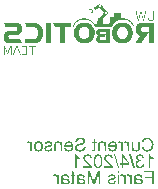
<source format=gbo>
G04*
G04 #@! TF.GenerationSoftware,Altium Limited,Altium Designer,21.2.1 (34)*
G04*
G04 Layer_Color=32896*
%FSLAX25Y25*%
%MOIN*%
G70*
G04*
G04 #@! TF.SameCoordinates,1AC70225-6F52-4A50-A751-44ABBD7A4E0E*
G04*
G04*
G04 #@! TF.FilePolarity,Positive*
G04*
G01*
G75*
G36*
X52123Y110282D02*
Y110196D01*
Y110109D01*
Y110022D01*
Y109936D01*
Y109849D01*
Y109762D01*
Y109676D01*
Y109589D01*
Y109502D01*
Y109415D01*
Y109329D01*
Y109242D01*
Y109155D01*
Y109069D01*
Y108982D01*
X50043D01*
Y108896D01*
Y108809D01*
Y108722D01*
Y108635D01*
Y108549D01*
Y108462D01*
Y108376D01*
Y108289D01*
Y108202D01*
Y108115D01*
Y108029D01*
Y107942D01*
Y107855D01*
Y107769D01*
Y107682D01*
Y107595D01*
Y107509D01*
Y107422D01*
Y107335D01*
Y107249D01*
Y107162D01*
Y107075D01*
Y106989D01*
Y106902D01*
Y106815D01*
Y106729D01*
Y106642D01*
Y106555D01*
Y106469D01*
Y106382D01*
Y106295D01*
Y106209D01*
Y106122D01*
Y106035D01*
Y105949D01*
Y105862D01*
Y105775D01*
Y105689D01*
Y105602D01*
Y105515D01*
Y105429D01*
Y105342D01*
Y105255D01*
Y105169D01*
Y105082D01*
Y104995D01*
Y104909D01*
Y104822D01*
Y104735D01*
Y104649D01*
Y104562D01*
Y104475D01*
Y104389D01*
Y104302D01*
Y104215D01*
Y104129D01*
Y104042D01*
Y103955D01*
Y103868D01*
Y103782D01*
Y103695D01*
Y103609D01*
X48483D01*
Y103695D01*
Y103782D01*
Y103868D01*
Y103955D01*
Y104042D01*
Y104129D01*
Y104215D01*
Y104302D01*
Y104389D01*
Y104475D01*
Y104562D01*
Y104649D01*
Y104735D01*
Y104822D01*
Y104909D01*
Y104995D01*
Y105082D01*
Y105169D01*
Y105255D01*
Y105342D01*
Y105429D01*
Y105515D01*
Y105602D01*
Y105689D01*
Y105775D01*
Y105862D01*
Y105949D01*
Y106035D01*
Y106122D01*
Y106209D01*
Y106295D01*
Y106382D01*
Y106469D01*
Y106555D01*
Y106642D01*
Y106729D01*
Y106815D01*
Y106902D01*
Y106989D01*
Y107075D01*
Y107162D01*
Y107249D01*
Y107335D01*
Y107422D01*
Y107509D01*
Y107595D01*
Y107682D01*
Y107769D01*
Y107855D01*
Y107942D01*
Y108029D01*
Y108115D01*
Y108202D01*
Y108289D01*
Y108376D01*
Y108462D01*
Y108549D01*
Y108635D01*
Y108722D01*
Y108809D01*
Y108896D01*
Y108982D01*
X46663D01*
Y109069D01*
Y109155D01*
X46576D01*
Y109242D01*
Y109329D01*
X46490D01*
Y109415D01*
Y109502D01*
X46403D01*
Y109589D01*
Y109676D01*
X46316D01*
Y109762D01*
Y109849D01*
X46229D01*
Y109936D01*
Y110022D01*
X46143D01*
Y110109D01*
Y110196D01*
Y110282D01*
X46056D01*
Y110369D01*
X52123D01*
Y110282D01*
D02*
G37*
G36*
X45189D02*
Y110196D01*
Y110109D01*
Y110022D01*
Y109936D01*
Y109849D01*
Y109762D01*
Y109676D01*
Y109589D01*
Y109502D01*
Y109415D01*
Y109329D01*
Y109242D01*
Y109155D01*
Y109069D01*
Y108982D01*
Y108896D01*
Y108809D01*
Y108722D01*
Y108635D01*
Y108549D01*
Y108462D01*
Y108376D01*
Y108289D01*
Y108202D01*
Y108115D01*
Y108029D01*
Y107942D01*
Y107855D01*
Y107769D01*
Y107682D01*
Y107595D01*
Y107509D01*
Y107422D01*
Y107335D01*
Y107249D01*
Y107162D01*
Y107075D01*
Y106989D01*
Y106902D01*
Y106815D01*
Y106729D01*
Y106642D01*
Y106555D01*
Y106469D01*
Y106382D01*
Y106295D01*
Y106209D01*
Y106122D01*
Y106035D01*
Y105949D01*
Y105862D01*
Y105775D01*
Y105689D01*
Y105602D01*
Y105515D01*
Y105429D01*
Y105342D01*
Y105255D01*
Y105169D01*
Y105082D01*
Y104995D01*
Y104909D01*
Y104822D01*
Y104735D01*
Y104649D01*
Y104562D01*
Y104475D01*
Y104389D01*
Y104302D01*
Y104215D01*
Y104129D01*
Y104042D01*
Y103955D01*
Y103868D01*
Y103782D01*
Y103695D01*
Y103609D01*
X43543D01*
Y103695D01*
Y103782D01*
Y103868D01*
Y103955D01*
Y104042D01*
Y104129D01*
Y104215D01*
Y104302D01*
Y104389D01*
Y104475D01*
Y104562D01*
Y104649D01*
Y104735D01*
Y104822D01*
Y104909D01*
Y104995D01*
Y105082D01*
Y105169D01*
Y105255D01*
Y105342D01*
Y105429D01*
Y105515D01*
Y105602D01*
Y105689D01*
Y105775D01*
Y105862D01*
Y105949D01*
Y106035D01*
Y106122D01*
Y106209D01*
Y106295D01*
Y106382D01*
Y106469D01*
Y106555D01*
Y106642D01*
Y106729D01*
Y106815D01*
Y106902D01*
Y106989D01*
Y107075D01*
Y107162D01*
Y107249D01*
Y107335D01*
Y107422D01*
Y107509D01*
Y107595D01*
Y107682D01*
Y107769D01*
Y107855D01*
Y107942D01*
Y108029D01*
Y108115D01*
Y108202D01*
Y108289D01*
Y108376D01*
Y108462D01*
Y108549D01*
Y108635D01*
Y108722D01*
Y108809D01*
Y108896D01*
Y108982D01*
Y109069D01*
Y109155D01*
Y109242D01*
Y109329D01*
Y109415D01*
Y109502D01*
Y109589D01*
Y109676D01*
Y109762D01*
Y109849D01*
Y109936D01*
Y110022D01*
Y110109D01*
Y110196D01*
Y110282D01*
Y110369D01*
X45189D01*
Y110282D01*
D02*
G37*
G36*
X40163D02*
X40422D01*
Y110196D01*
X40683D01*
Y110109D01*
X40942D01*
Y110022D01*
X41116D01*
Y109936D01*
X41289D01*
Y109849D01*
X41462D01*
Y109762D01*
X41549D01*
Y109676D01*
X41636D01*
Y109589D01*
X41723D01*
Y109502D01*
X41809D01*
Y109415D01*
X41896D01*
Y109329D01*
X41983D01*
Y109242D01*
X42069D01*
Y109155D01*
X42156D01*
Y109069D01*
Y108982D01*
X42243D01*
Y108896D01*
X42329D01*
Y108809D01*
Y108722D01*
X42416D01*
Y108635D01*
Y108549D01*
Y108462D01*
X42503D01*
Y108376D01*
Y108289D01*
Y108202D01*
Y108115D01*
X42589D01*
Y108029D01*
Y107942D01*
Y107855D01*
Y107769D01*
X42676D01*
Y107682D01*
Y107595D01*
Y107509D01*
Y107422D01*
Y107335D01*
Y107249D01*
Y107162D01*
Y107075D01*
Y106989D01*
Y106902D01*
Y106815D01*
Y106729D01*
Y106642D01*
Y106555D01*
Y106469D01*
Y106382D01*
Y106295D01*
Y106209D01*
Y106122D01*
X42589D01*
Y106035D01*
Y105949D01*
Y105862D01*
Y105775D01*
X42503D01*
Y105689D01*
Y105602D01*
Y105515D01*
X42416D01*
Y105429D01*
Y105342D01*
Y105255D01*
X42329D01*
Y105169D01*
Y105082D01*
X42243D01*
Y104995D01*
Y104909D01*
X42156D01*
Y104822D01*
Y104735D01*
X42069D01*
Y104649D01*
X41983D01*
Y104562D01*
X41896D01*
Y104475D01*
X41809D01*
Y104389D01*
X41723D01*
Y104302D01*
X41636D01*
Y104215D01*
X41549D01*
Y104129D01*
X41376D01*
Y104042D01*
X41289D01*
Y103955D01*
X41116D01*
Y103868D01*
X40856D01*
Y103782D01*
X40683D01*
Y103695D01*
X40336D01*
Y103609D01*
X36522D01*
Y103695D01*
Y103782D01*
Y103868D01*
Y103955D01*
Y104042D01*
Y104129D01*
Y104215D01*
Y104302D01*
Y104389D01*
Y104475D01*
Y104562D01*
Y104649D01*
Y104735D01*
Y104822D01*
Y104909D01*
Y104995D01*
X39989D01*
Y105082D01*
X40249D01*
Y105169D01*
X40336D01*
Y105255D01*
X40509D01*
Y105342D01*
Y105429D01*
X40596D01*
Y105515D01*
X40683D01*
Y105602D01*
Y105689D01*
X40769D01*
Y105775D01*
Y105862D01*
X40856D01*
Y105949D01*
Y106035D01*
Y106122D01*
Y106209D01*
X40942D01*
Y106295D01*
Y106382D01*
Y106469D01*
Y106555D01*
Y106642D01*
Y106729D01*
Y106815D01*
Y106902D01*
Y106989D01*
Y107075D01*
Y107162D01*
Y107249D01*
Y107335D01*
Y107422D01*
Y107509D01*
Y107595D01*
Y107682D01*
Y107769D01*
X40856D01*
Y107855D01*
Y107942D01*
Y108029D01*
X40769D01*
Y108115D01*
Y108202D01*
Y108289D01*
X40683D01*
Y108376D01*
X40596D01*
Y108462D01*
Y108549D01*
X40509D01*
Y108635D01*
X40422D01*
Y108722D01*
X40249D01*
Y108809D01*
X40163D01*
Y108896D01*
X39902D01*
Y108982D01*
X37216D01*
Y109069D01*
X37129D01*
Y109155D01*
Y109242D01*
Y109329D01*
X37042D01*
Y109415D01*
Y109502D01*
X36956D01*
Y109589D01*
Y109676D01*
X36869D01*
Y109762D01*
Y109849D01*
X36782D01*
Y109936D01*
Y110022D01*
X36696D01*
Y110109D01*
Y110196D01*
X36609D01*
Y110282D01*
Y110369D01*
X40163D01*
Y110282D01*
D02*
G37*
G36*
X34269D02*
X34529D01*
Y110196D01*
X34789D01*
Y110109D01*
X34876D01*
Y110022D01*
X35049D01*
Y109936D01*
X35135D01*
Y109849D01*
X35222D01*
Y109762D01*
X35309D01*
Y109676D01*
X35396D01*
Y109589D01*
Y109502D01*
X35482D01*
Y109415D01*
Y109329D01*
X35569D01*
Y109242D01*
Y109155D01*
Y109069D01*
Y108982D01*
X35656D01*
Y108896D01*
Y108809D01*
Y108722D01*
Y108635D01*
Y108549D01*
Y108462D01*
Y108376D01*
Y108289D01*
Y108202D01*
Y108115D01*
Y108029D01*
Y107942D01*
Y107855D01*
Y107769D01*
Y107682D01*
Y107595D01*
X35569D01*
Y107509D01*
Y107422D01*
Y107335D01*
X35482D01*
Y107249D01*
Y107162D01*
X35396D01*
Y107075D01*
X35309D01*
Y106989D01*
X35222D01*
Y106902D01*
X35135D01*
Y106815D01*
X35049D01*
Y106729D01*
X34876D01*
Y106642D01*
X34702D01*
Y106555D01*
X34529D01*
Y106469D01*
X34269D01*
Y106382D01*
X31755D01*
Y106295D01*
X31495D01*
Y106209D01*
X31409D01*
Y106122D01*
X31322D01*
Y106035D01*
X31235D01*
Y105949D01*
Y105862D01*
X31148D01*
Y105775D01*
Y105689D01*
Y105602D01*
Y105515D01*
X31235D01*
Y105429D01*
Y105342D01*
Y105255D01*
X31322D01*
Y105169D01*
X31409D01*
Y105082D01*
X31582D01*
Y104995D01*
X35049D01*
Y104909D01*
Y104822D01*
X35135D01*
Y104735D01*
Y104649D01*
X35222D01*
Y104562D01*
Y104475D01*
X35309D01*
Y104389D01*
Y104302D01*
X35396D01*
Y104215D01*
Y104129D01*
Y104042D01*
X35482D01*
Y103955D01*
Y103868D01*
X35569D01*
Y103782D01*
Y103695D01*
X35656D01*
Y103609D01*
X30975D01*
Y103695D01*
X30715D01*
Y103782D01*
X30455D01*
Y103868D01*
X30369D01*
Y103955D01*
X30195D01*
Y104042D01*
X30108D01*
Y104129D01*
X30022D01*
Y104215D01*
X29935D01*
Y104302D01*
Y104389D01*
X29849D01*
Y104475D01*
X29762D01*
Y104562D01*
Y104649D01*
Y104735D01*
X29675D01*
Y104822D01*
Y104909D01*
Y104995D01*
X29588D01*
Y105082D01*
Y105169D01*
Y105255D01*
Y105342D01*
Y105429D01*
Y105515D01*
Y105602D01*
Y105689D01*
Y105775D01*
Y105862D01*
Y105949D01*
Y106035D01*
Y106122D01*
Y106209D01*
Y106295D01*
Y106382D01*
X29675D01*
Y106469D01*
Y106555D01*
Y106642D01*
X29762D01*
Y106729D01*
Y106815D01*
X29849D01*
Y106902D01*
Y106989D01*
X29935D01*
Y107075D01*
X30022D01*
Y107162D01*
X30108D01*
Y107249D01*
X30282D01*
Y107335D01*
X30369D01*
Y107422D01*
X30542D01*
Y107509D01*
X30802D01*
Y107595D01*
X31062D01*
Y107682D01*
X33575D01*
Y107769D01*
X33835D01*
Y107855D01*
X33922D01*
Y107942D01*
X34009D01*
Y108029D01*
Y108115D01*
Y108202D01*
X34095D01*
Y108289D01*
Y108376D01*
Y108462D01*
X34009D01*
Y108549D01*
Y108635D01*
Y108722D01*
X33922D01*
Y108809D01*
X33835D01*
Y108896D01*
X33749D01*
Y108982D01*
X30195D01*
Y109069D01*
Y109155D01*
X30108D01*
Y109242D01*
Y109329D01*
X30022D01*
Y109415D01*
Y109502D01*
Y109589D01*
X29935D01*
Y109676D01*
Y109762D01*
X29849D01*
Y109849D01*
Y109936D01*
X29762D01*
Y110022D01*
Y110109D01*
X29675D01*
Y110196D01*
Y110282D01*
X29588D01*
Y110369D01*
X34269D01*
Y110282D01*
D02*
G37*
G36*
X32189Y102568D02*
Y102482D01*
Y102395D01*
Y102308D01*
Y102222D01*
Y102135D01*
Y102048D01*
Y101962D01*
Y101875D01*
Y101788D01*
Y101702D01*
Y101615D01*
Y101528D01*
Y101442D01*
Y101355D01*
Y101268D01*
Y101182D01*
Y101095D01*
Y101008D01*
Y100922D01*
Y100835D01*
Y100748D01*
Y100662D01*
Y100575D01*
Y100488D01*
Y100402D01*
Y100315D01*
Y100228D01*
Y100142D01*
Y100055D01*
Y99968D01*
Y99882D01*
Y99795D01*
Y99708D01*
X31929D01*
Y99795D01*
Y99882D01*
Y99968D01*
Y100055D01*
Y100142D01*
Y100228D01*
Y100315D01*
Y100402D01*
Y100488D01*
Y100575D01*
Y100662D01*
Y100748D01*
Y100835D01*
Y100922D01*
Y101008D01*
Y101095D01*
Y101182D01*
Y101268D01*
Y101355D01*
Y101442D01*
Y101528D01*
Y101615D01*
Y101702D01*
Y101788D01*
Y101875D01*
Y101962D01*
Y102048D01*
X31842D01*
Y101962D01*
X31755D01*
Y101875D01*
Y101788D01*
Y101702D01*
X31669D01*
Y101615D01*
Y101528D01*
Y101442D01*
X31582D01*
Y101355D01*
X31495D01*
Y101268D01*
Y101182D01*
Y101095D01*
X31409D01*
Y101008D01*
Y100922D01*
X31322D01*
Y100835D01*
Y100748D01*
X31235D01*
Y100662D01*
Y100575D01*
Y100488D01*
X31148D01*
Y100402D01*
Y100315D01*
X31062D01*
Y100228D01*
Y100142D01*
X30715D01*
Y100228D01*
X30628D01*
Y100315D01*
Y100402D01*
Y100488D01*
X30542D01*
Y100575D01*
Y100662D01*
X30455D01*
Y100748D01*
Y100835D01*
Y100922D01*
X30369D01*
Y101008D01*
Y101095D01*
X30282D01*
Y101182D01*
Y101268D01*
Y101355D01*
X30195D01*
Y101442D01*
Y101528D01*
X30108D01*
Y101615D01*
Y101702D01*
Y101788D01*
X30022D01*
Y101875D01*
Y101962D01*
Y102048D01*
X29849D01*
Y101962D01*
Y101875D01*
Y101788D01*
Y101702D01*
Y101615D01*
Y101528D01*
Y101442D01*
Y101355D01*
Y101268D01*
Y101182D01*
Y101095D01*
Y101008D01*
Y100922D01*
Y100835D01*
Y100748D01*
Y100662D01*
Y100575D01*
Y100488D01*
Y100402D01*
Y100315D01*
Y100228D01*
Y100142D01*
Y100055D01*
Y99968D01*
Y99882D01*
Y99795D01*
Y99708D01*
X29588D01*
Y99795D01*
Y99882D01*
Y99968D01*
Y100055D01*
Y100142D01*
Y100228D01*
Y100315D01*
Y100402D01*
Y100488D01*
Y100575D01*
Y100662D01*
Y100748D01*
Y100835D01*
Y100922D01*
Y101008D01*
Y101095D01*
Y101182D01*
Y101268D01*
Y101355D01*
Y101442D01*
Y101528D01*
Y101615D01*
Y101702D01*
Y101788D01*
Y101875D01*
Y101962D01*
Y102048D01*
Y102135D01*
Y102222D01*
Y102308D01*
Y102395D01*
Y102482D01*
Y102568D01*
Y102655D01*
X29935D01*
Y102568D01*
X30022D01*
Y102482D01*
Y102395D01*
Y102308D01*
X30108D01*
Y102222D01*
Y102135D01*
X30195D01*
Y102048D01*
Y101962D01*
Y101875D01*
X30282D01*
Y101788D01*
Y101702D01*
Y101615D01*
X30369D01*
Y101528D01*
Y101442D01*
X30455D01*
Y101355D01*
Y101268D01*
X30542D01*
Y101182D01*
Y101095D01*
Y101008D01*
X30628D01*
Y100922D01*
Y100835D01*
Y100748D01*
X30715D01*
Y100662D01*
Y100575D01*
X30802D01*
Y100488D01*
X30889D01*
Y100575D01*
X30975D01*
Y100662D01*
Y100748D01*
X31062D01*
Y100835D01*
Y100922D01*
Y101008D01*
X31148D01*
Y101095D01*
Y101182D01*
X31235D01*
Y101268D01*
Y101355D01*
X31322D01*
Y101442D01*
Y101528D01*
Y101615D01*
X31409D01*
Y101702D01*
Y101788D01*
X31495D01*
Y101875D01*
Y101962D01*
X31582D01*
Y102048D01*
Y102135D01*
Y102222D01*
X31669D01*
Y102308D01*
X31755D01*
Y102395D01*
Y102482D01*
Y102568D01*
X31842D01*
Y102655D01*
X32189D01*
Y102568D01*
D02*
G37*
G36*
X40336D02*
Y102482D01*
X39209D01*
Y102395D01*
Y102308D01*
Y102222D01*
Y102135D01*
Y102048D01*
Y101962D01*
Y101875D01*
Y101788D01*
Y101702D01*
Y101615D01*
Y101528D01*
Y101442D01*
Y101355D01*
Y101268D01*
Y101182D01*
Y101095D01*
Y101008D01*
Y100922D01*
Y100835D01*
Y100748D01*
Y100662D01*
Y100575D01*
Y100488D01*
Y100402D01*
Y100315D01*
Y100228D01*
Y100142D01*
Y100055D01*
Y99968D01*
Y99882D01*
Y99795D01*
Y99708D01*
X38949D01*
Y99795D01*
Y99882D01*
Y99968D01*
Y100055D01*
Y100142D01*
Y100228D01*
Y100315D01*
Y100402D01*
Y100488D01*
Y100575D01*
Y100662D01*
Y100748D01*
Y100835D01*
Y100922D01*
Y101008D01*
Y101095D01*
Y101182D01*
Y101268D01*
Y101355D01*
Y101442D01*
Y101528D01*
Y101615D01*
Y101702D01*
Y101788D01*
Y101875D01*
Y101962D01*
Y102048D01*
Y102135D01*
Y102222D01*
Y102308D01*
Y102395D01*
Y102482D01*
X37909D01*
Y102568D01*
Y102655D01*
X40336D01*
Y102568D01*
D02*
G37*
G36*
X37476D02*
Y102482D01*
Y102395D01*
Y102308D01*
Y102222D01*
Y102135D01*
Y102048D01*
Y101962D01*
Y101875D01*
Y101788D01*
Y101702D01*
Y101615D01*
Y101528D01*
Y101442D01*
Y101355D01*
Y101268D01*
Y101182D01*
Y101095D01*
Y101008D01*
Y100922D01*
Y100835D01*
Y100748D01*
Y100662D01*
Y100575D01*
Y100488D01*
Y100402D01*
Y100315D01*
Y100228D01*
Y100142D01*
Y100055D01*
Y99968D01*
Y99882D01*
Y99795D01*
Y99708D01*
X35742D01*
Y99795D01*
Y99882D01*
X37129D01*
Y99968D01*
Y100055D01*
Y100142D01*
Y100228D01*
Y100315D01*
Y100402D01*
Y100488D01*
Y100575D01*
Y100662D01*
Y100748D01*
Y100835D01*
Y100922D01*
Y101008D01*
Y101095D01*
Y101182D01*
X36002D01*
Y101268D01*
Y101355D01*
X37129D01*
Y101442D01*
Y101528D01*
Y101615D01*
Y101702D01*
Y101788D01*
Y101875D01*
Y101962D01*
Y102048D01*
Y102135D01*
Y102222D01*
Y102308D01*
Y102395D01*
X35829D01*
Y102482D01*
Y102568D01*
Y102655D01*
X37476D01*
Y102568D01*
D02*
G37*
G36*
X34095D02*
X34182D01*
Y102482D01*
Y102395D01*
Y102308D01*
X34269D01*
Y102222D01*
Y102135D01*
X34355D01*
Y102048D01*
Y101962D01*
Y101875D01*
X34442D01*
Y101788D01*
Y101702D01*
X34529D01*
Y101615D01*
Y101528D01*
Y101442D01*
X34615D01*
Y101355D01*
Y101268D01*
X34702D01*
Y101182D01*
Y101095D01*
X34789D01*
Y101008D01*
Y100922D01*
Y100835D01*
X34876D01*
Y100748D01*
Y100662D01*
X34962D01*
Y100575D01*
Y100488D01*
Y100402D01*
X35049D01*
Y100315D01*
Y100228D01*
X35135D01*
Y100142D01*
Y100055D01*
X35222D01*
Y99968D01*
Y99882D01*
Y99795D01*
X35309D01*
Y99708D01*
X35049D01*
Y99795D01*
X34962D01*
Y99882D01*
Y99968D01*
Y100055D01*
X34876D01*
Y100142D01*
Y100228D01*
X34789D01*
Y100315D01*
Y100402D01*
X34702D01*
Y100488D01*
Y100575D01*
X33315D01*
Y100488D01*
X33229D01*
Y100402D01*
Y100315D01*
X33142D01*
Y100228D01*
Y100142D01*
Y100055D01*
X33055D01*
Y99968D01*
Y99882D01*
X32969D01*
Y99795D01*
Y99708D01*
X32622D01*
Y99795D01*
X32709D01*
Y99882D01*
Y99968D01*
Y100055D01*
X32795D01*
Y100142D01*
Y100228D01*
X32882D01*
Y100315D01*
Y100402D01*
Y100488D01*
X32969D01*
Y100575D01*
Y100662D01*
X33055D01*
Y100748D01*
Y100835D01*
Y100922D01*
X33142D01*
Y101008D01*
Y101095D01*
Y101182D01*
X33229D01*
Y101268D01*
Y101355D01*
X33315D01*
Y101442D01*
Y101528D01*
Y101615D01*
X33402D01*
Y101702D01*
Y101788D01*
Y101875D01*
X33489D01*
Y101962D01*
Y102048D01*
X33575D01*
Y102135D01*
Y102222D01*
Y102308D01*
X33662D01*
Y102395D01*
Y102482D01*
Y102568D01*
X33749D01*
Y102655D01*
X34095D01*
Y102568D01*
D02*
G37*
G36*
X61831Y116436D02*
X61484D01*
Y116523D01*
X61831D01*
Y116436D01*
D02*
G37*
G36*
X61484Y116349D02*
X61310D01*
Y116436D01*
X61484D01*
Y116349D01*
D02*
G37*
G36*
X59144Y115136D02*
X59057D01*
Y115223D01*
X59144D01*
Y115136D01*
D02*
G37*
G36*
X59057Y115049D02*
X58970D01*
Y115136D01*
X59057D01*
Y115049D01*
D02*
G37*
G36*
X59750Y114443D02*
X59577D01*
Y114529D01*
X59750D01*
Y114443D01*
D02*
G37*
G36*
X57930Y114356D02*
X57844D01*
Y114443D01*
X57930D01*
Y114356D01*
D02*
G37*
G36*
X58277Y115049D02*
X58970D01*
Y114963D01*
Y114876D01*
Y114789D01*
Y114702D01*
Y114616D01*
X59057D01*
Y114529D01*
X59230D01*
Y114443D01*
X59577D01*
Y114356D01*
X59490D01*
Y114269D01*
Y114182D01*
X59404D01*
Y114096D01*
Y114009D01*
Y113923D01*
X59317D01*
Y113836D01*
Y113749D01*
X58537D01*
Y113836D01*
X58884D01*
Y113923D01*
X59057D01*
Y114009D01*
Y114096D01*
Y114182D01*
Y114269D01*
Y114356D01*
X58970D01*
Y114443D01*
Y114529D01*
Y114616D01*
X58884D01*
Y114702D01*
X58624D01*
Y114789D01*
X58450D01*
Y114876D01*
X58277D01*
Y114789D01*
X58190D01*
Y114702D01*
X58104D01*
Y114616D01*
Y114529D01*
X58017D01*
Y114443D01*
X57930D01*
Y114529D01*
Y114616D01*
X58017D01*
Y114702D01*
Y114789D01*
X58104D01*
Y114876D01*
Y114963D01*
X58190D01*
Y115049D01*
Y115136D01*
X58277D01*
Y115049D01*
D02*
G37*
G36*
X76998Y114096D02*
Y114009D01*
Y113923D01*
Y113836D01*
X76911D01*
Y113749D01*
Y113663D01*
Y113576D01*
Y113489D01*
Y113402D01*
X76825D01*
Y113316D01*
Y113229D01*
Y113142D01*
Y113056D01*
X76738D01*
Y112969D01*
Y112882D01*
Y112796D01*
Y112709D01*
X76652D01*
Y112622D01*
Y112536D01*
Y112449D01*
Y112362D01*
Y112276D01*
X76565D01*
Y112189D01*
Y112102D01*
Y112016D01*
Y111929D01*
Y111842D01*
X76478D01*
Y111756D01*
Y111669D01*
Y111582D01*
X76391D01*
Y111496D01*
Y111409D01*
Y111322D01*
Y111236D01*
Y111149D01*
X76045D01*
Y111236D01*
Y111322D01*
X75958D01*
Y111409D01*
Y111496D01*
Y111582D01*
X75871D01*
Y111669D01*
Y111756D01*
Y111842D01*
Y111929D01*
X75785D01*
Y112016D01*
Y112102D01*
Y112189D01*
Y112276D01*
X75698D01*
Y112362D01*
Y112449D01*
Y112536D01*
X75611D01*
Y112622D01*
Y112709D01*
Y112796D01*
Y112882D01*
Y112969D01*
X75525D01*
Y113056D01*
Y113142D01*
Y113229D01*
X75438D01*
Y113316D01*
Y113402D01*
Y113489D01*
Y113576D01*
Y113663D01*
X75351D01*
Y113749D01*
X75265D01*
Y113663D01*
Y113576D01*
Y113489D01*
X75178D01*
Y113402D01*
Y113316D01*
Y113229D01*
X75091D01*
Y113142D01*
Y113056D01*
Y112969D01*
Y112882D01*
Y112796D01*
X75005D01*
Y112709D01*
Y112622D01*
Y112536D01*
Y112449D01*
X74918D01*
Y112362D01*
Y112276D01*
Y112189D01*
Y112102D01*
X74831D01*
Y112016D01*
Y111929D01*
Y111842D01*
Y111756D01*
X74745D01*
Y111669D01*
Y111582D01*
Y111496D01*
Y111409D01*
X74658D01*
Y111322D01*
Y111236D01*
Y111149D01*
X74311D01*
Y111236D01*
Y111322D01*
X74225D01*
Y111409D01*
Y111496D01*
Y111582D01*
Y111669D01*
X74138D01*
Y111756D01*
Y111842D01*
Y111929D01*
Y112016D01*
X74051D01*
Y112102D01*
Y112189D01*
Y112276D01*
Y112362D01*
Y112449D01*
X73965D01*
Y112536D01*
Y112622D01*
Y112709D01*
Y112796D01*
X73878D01*
Y112882D01*
Y112969D01*
Y113056D01*
Y113142D01*
X73791D01*
Y113229D01*
Y113316D01*
Y113402D01*
Y113489D01*
Y113576D01*
X73705D01*
Y113663D01*
Y113749D01*
Y113836D01*
Y113923D01*
X73618D01*
Y114009D01*
Y114096D01*
Y114182D01*
X73878D01*
Y114096D01*
Y114009D01*
Y113923D01*
Y113836D01*
X73965D01*
Y113749D01*
Y113663D01*
Y113576D01*
Y113489D01*
Y113402D01*
X74051D01*
Y113316D01*
Y113229D01*
Y113142D01*
X74138D01*
Y113056D01*
Y112969D01*
Y112882D01*
Y112796D01*
Y112709D01*
X74225D01*
Y112622D01*
Y112536D01*
Y112449D01*
Y112362D01*
Y112276D01*
X74311D01*
Y112189D01*
Y112102D01*
Y112016D01*
X74398D01*
Y111929D01*
Y111842D01*
Y111756D01*
Y111669D01*
Y111582D01*
X74571D01*
Y111669D01*
Y111756D01*
Y111842D01*
Y111929D01*
Y112016D01*
X74658D01*
Y112102D01*
Y112189D01*
Y112276D01*
Y112362D01*
Y112449D01*
X74745D01*
Y112536D01*
Y112622D01*
Y112709D01*
Y112796D01*
X74831D01*
Y112882D01*
Y112969D01*
Y113056D01*
X74918D01*
Y113142D01*
Y113229D01*
Y113316D01*
Y113402D01*
X75005D01*
Y113489D01*
Y113576D01*
Y113663D01*
Y113749D01*
X75091D01*
Y113836D01*
Y113923D01*
Y114009D01*
Y114096D01*
X75178D01*
Y114182D01*
X75438D01*
Y114096D01*
Y114009D01*
X75525D01*
Y113923D01*
Y113836D01*
Y113749D01*
X75611D01*
Y113663D01*
Y113576D01*
Y113489D01*
Y113402D01*
X75698D01*
Y113316D01*
Y113229D01*
Y113142D01*
Y113056D01*
X75785D01*
Y112969D01*
Y112882D01*
Y112796D01*
Y112709D01*
X75871D01*
Y112622D01*
Y112536D01*
Y112449D01*
Y112362D01*
X75958D01*
Y112276D01*
Y112189D01*
Y112102D01*
X76045D01*
Y112016D01*
Y111929D01*
Y111842D01*
Y111756D01*
Y111669D01*
Y111582D01*
X76218D01*
Y111669D01*
Y111756D01*
Y111842D01*
Y111929D01*
Y112016D01*
X76305D01*
Y112102D01*
Y112189D01*
Y112276D01*
Y112362D01*
X76391D01*
Y112449D01*
Y112536D01*
Y112622D01*
Y112709D01*
X76478D01*
Y112796D01*
Y112882D01*
Y112969D01*
Y113056D01*
Y113142D01*
X76565D01*
Y113229D01*
Y113316D01*
Y113402D01*
Y113489D01*
X76652D01*
Y113576D01*
Y113663D01*
Y113749D01*
Y113836D01*
X76738D01*
Y113923D01*
Y114009D01*
Y114096D01*
Y114182D01*
X76998D01*
Y114096D01*
D02*
G37*
G36*
X79685D02*
Y114009D01*
Y113923D01*
Y113836D01*
Y113749D01*
Y113663D01*
Y113576D01*
Y113489D01*
Y113402D01*
Y113316D01*
Y113229D01*
Y113142D01*
Y113056D01*
Y112969D01*
Y112882D01*
Y112796D01*
Y112709D01*
Y112622D01*
Y112536D01*
Y112449D01*
Y112362D01*
Y112276D01*
Y112189D01*
Y112102D01*
Y112016D01*
Y111929D01*
Y111842D01*
X79598D01*
Y111756D01*
Y111669D01*
Y111582D01*
Y111496D01*
X79512D01*
Y111409D01*
Y111322D01*
X79338D01*
Y111236D01*
X79252D01*
Y111149D01*
X78905D01*
Y111062D01*
X78298D01*
Y111149D01*
X78038D01*
Y111236D01*
X77865D01*
Y111322D01*
X77778D01*
Y111409D01*
X77692D01*
Y111496D01*
Y111582D01*
X77605D01*
Y111669D01*
Y111756D01*
Y111842D01*
Y111929D01*
Y112016D01*
X77518D01*
Y112102D01*
Y112189D01*
Y112276D01*
Y112362D01*
Y112449D01*
Y112536D01*
Y112622D01*
Y112709D01*
Y112796D01*
Y112882D01*
Y112969D01*
Y113056D01*
Y113142D01*
Y113229D01*
Y113316D01*
Y113402D01*
Y113489D01*
Y113576D01*
Y113663D01*
Y113749D01*
Y113836D01*
Y113923D01*
Y114009D01*
Y114096D01*
Y114182D01*
X77778D01*
Y114096D01*
Y114009D01*
Y113923D01*
Y113836D01*
Y113749D01*
Y113663D01*
Y113576D01*
Y113489D01*
Y113402D01*
Y113316D01*
Y113229D01*
Y113142D01*
Y113056D01*
Y112969D01*
Y112882D01*
Y112796D01*
Y112709D01*
Y112622D01*
Y112536D01*
Y112449D01*
Y112362D01*
Y112276D01*
Y112189D01*
Y112102D01*
Y112016D01*
Y111929D01*
X77865D01*
Y111842D01*
Y111756D01*
Y111669D01*
Y111582D01*
X77952D01*
Y111496D01*
X78038D01*
Y111409D01*
X78125D01*
Y111322D01*
X78385D01*
Y111236D01*
X78472D01*
Y111322D01*
X78558D01*
Y111236D01*
X78645D01*
Y111322D01*
X78992D01*
Y111409D01*
X79165D01*
Y111496D01*
X79252D01*
Y111582D01*
X79338D01*
Y111669D01*
Y111756D01*
Y111842D01*
Y111929D01*
Y112016D01*
Y112102D01*
Y112189D01*
Y112276D01*
Y112362D01*
Y112449D01*
Y112536D01*
Y112622D01*
Y112709D01*
Y112796D01*
Y112882D01*
Y112969D01*
Y113056D01*
Y113142D01*
Y113229D01*
Y113316D01*
Y113402D01*
Y113489D01*
Y113576D01*
Y113663D01*
Y113749D01*
Y113836D01*
Y113923D01*
Y114009D01*
Y114096D01*
Y114182D01*
X79685D01*
Y114096D01*
D02*
G37*
G36*
X61310Y116263D02*
X61224D01*
Y116176D01*
Y116089D01*
Y116003D01*
Y115916D01*
Y115829D01*
X61310D01*
Y115743D01*
X61397D01*
Y115656D01*
X61917D01*
Y115743D01*
X62004D01*
Y115829D01*
X62090D01*
Y115916D01*
Y116003D01*
Y116089D01*
Y116176D01*
Y116263D01*
X62177D01*
Y116176D01*
X62264D01*
Y116089D01*
X62350D01*
Y116003D01*
X62437D01*
Y115916D01*
X62524D01*
Y115829D01*
X62611D01*
Y115743D01*
X62697D01*
Y115656D01*
Y115569D01*
X62784D01*
Y115483D01*
X62871D01*
Y115396D01*
X62957D01*
Y115309D01*
X63044D01*
Y115223D01*
Y115136D01*
X63131D01*
Y115049D01*
X63217D01*
Y114963D01*
X63304D01*
Y114876D01*
X63391D01*
Y114789D01*
X63477D01*
Y114702D01*
X63564D01*
Y114616D01*
Y114529D01*
X63651D01*
Y114443D01*
X63737D01*
Y114356D01*
X63824D01*
Y114269D01*
X63911D01*
Y114182D01*
Y114096D01*
X64084D01*
Y114009D01*
X64171D01*
Y113923D01*
Y113836D01*
X64257D01*
Y113749D01*
Y113663D01*
Y113576D01*
Y113489D01*
X64171D01*
Y113402D01*
X64084D01*
Y113316D01*
X63997D01*
Y113229D01*
Y113142D01*
X63911D01*
Y113056D01*
X63824D01*
Y112969D01*
X63737D01*
Y112882D01*
X63651D01*
Y112796D01*
X63564D01*
Y112709D01*
Y112622D01*
X63477D01*
Y112536D01*
X63391D01*
Y112449D01*
X63304D01*
Y112362D01*
X63217D01*
Y112276D01*
Y112189D01*
X63131D01*
Y112102D01*
X63044D01*
Y112016D01*
X62957D01*
Y111929D01*
X62871D01*
Y111842D01*
X62784D01*
Y111756D01*
X62697D01*
Y111669D01*
Y111582D01*
X62611D01*
Y111496D01*
X62524D01*
Y111409D01*
X62437D01*
Y111322D01*
Y111236D01*
X62524D01*
Y111149D01*
Y111062D01*
Y110976D01*
X62611D01*
Y110889D01*
Y110802D01*
Y110716D01*
Y110629D01*
X62697D01*
Y110542D01*
Y110456D01*
Y110369D01*
Y110282D01*
X62784D01*
Y110196D01*
Y110109D01*
X64344D01*
Y110196D01*
X64431D01*
Y110109D01*
X64517D01*
Y110196D01*
X64951D01*
Y110282D01*
Y110369D01*
Y110456D01*
Y110542D01*
Y110629D01*
Y110716D01*
Y110802D01*
Y110889D01*
Y110976D01*
Y111062D01*
Y111149D01*
Y111236D01*
Y111322D01*
Y111409D01*
Y111496D01*
Y111582D01*
Y111669D01*
Y111756D01*
Y111842D01*
Y111929D01*
Y112016D01*
Y112102D01*
Y112189D01*
Y112276D01*
Y112362D01*
X66338D01*
Y112449D01*
Y112536D01*
Y112622D01*
Y112709D01*
Y112796D01*
Y112882D01*
Y112969D01*
Y113056D01*
Y113142D01*
Y113229D01*
Y113316D01*
Y113402D01*
Y113489D01*
Y113576D01*
Y113663D01*
Y113749D01*
X68591D01*
Y113663D01*
Y113576D01*
Y113489D01*
Y113402D01*
Y113316D01*
Y113229D01*
X68678D01*
Y113142D01*
Y113056D01*
Y112969D01*
Y112882D01*
Y112796D01*
Y112709D01*
Y112622D01*
Y112536D01*
Y112449D01*
Y112362D01*
Y112276D01*
Y112189D01*
Y112102D01*
Y112016D01*
Y111929D01*
Y111842D01*
X69891D01*
Y111756D01*
X70324D01*
Y111669D01*
X70671D01*
Y111582D01*
X70931D01*
Y111496D01*
X71104D01*
Y111409D01*
X71278D01*
Y111322D01*
X71364D01*
Y111236D01*
X71538D01*
Y111149D01*
X71624D01*
Y111062D01*
X71798D01*
Y110976D01*
X71885D01*
Y110889D01*
X71971D01*
Y110802D01*
X72058D01*
Y110716D01*
X72145D01*
Y110629D01*
X72231D01*
Y110542D01*
X72318D01*
Y110456D01*
X72404D01*
Y110369D01*
X72491D01*
Y110282D01*
Y110196D01*
X72578D01*
Y110109D01*
X72664D01*
Y110022D01*
Y109936D01*
X72751D01*
Y109849D01*
Y109762D01*
X72838D01*
Y109676D01*
Y109589D01*
X72925D01*
Y109502D01*
Y109415D01*
X73011D01*
Y109329D01*
Y109242D01*
X72751D01*
Y109155D01*
X72664D01*
Y109242D01*
Y109329D01*
Y109415D01*
X72578D01*
Y109502D01*
Y109589D01*
X72491D01*
Y109676D01*
Y109762D01*
X72404D01*
Y109849D01*
Y109936D01*
X72318D01*
Y110022D01*
X72231D01*
Y110109D01*
X72145D01*
Y110196D01*
Y110282D01*
X72058D01*
Y110369D01*
X71971D01*
Y110456D01*
X71885D01*
Y110542D01*
X71798D01*
Y110629D01*
X71711D01*
Y110716D01*
X71624D01*
Y110802D01*
X71451D01*
Y110889D01*
X71364D01*
Y110976D01*
X71278D01*
Y111062D01*
X71104D01*
Y111149D01*
X70931D01*
Y111236D01*
X70671D01*
Y111322D01*
X70411D01*
Y111409D01*
X70151D01*
Y111496D01*
X68331D01*
Y111409D01*
X68071D01*
Y111322D01*
X67811D01*
Y111236D01*
X67551D01*
Y111149D01*
X67464D01*
Y111062D01*
X67291D01*
Y110976D01*
X67118D01*
Y110889D01*
X67031D01*
Y110802D01*
X66857D01*
Y110716D01*
X66771D01*
Y110629D01*
X66684D01*
Y110542D01*
X66597D01*
Y110456D01*
X66511D01*
Y110369D01*
X66424D01*
Y110282D01*
X66338D01*
Y110196D01*
Y110109D01*
X66251D01*
Y110022D01*
X66164D01*
Y109936D01*
X66077D01*
Y109849D01*
Y109762D01*
X65991D01*
Y109676D01*
Y109589D01*
X65904D01*
Y109502D01*
Y109415D01*
X65817D01*
Y109329D01*
Y109242D01*
X65731D01*
Y109155D01*
X59837D01*
Y109242D01*
Y109329D01*
X59750D01*
Y109415D01*
Y109502D01*
Y109589D01*
X59664D01*
Y109676D01*
Y109762D01*
X59577D01*
Y109849D01*
X59490D01*
Y109936D01*
Y110022D01*
X59404D01*
Y110109D01*
X59317D01*
Y110196D01*
X59230D01*
Y110282D01*
Y110369D01*
X59144D01*
Y110456D01*
X59057D01*
Y110542D01*
X58970D01*
Y110629D01*
X58884D01*
Y110716D01*
X58710D01*
Y110802D01*
X58624D01*
Y110889D01*
X58537D01*
Y110976D01*
X58364D01*
Y111062D01*
X58190D01*
Y111149D01*
X58017D01*
Y111236D01*
X57844D01*
Y111322D01*
X57584D01*
Y111409D01*
X57237D01*
Y111496D01*
X55590D01*
Y111409D01*
X55243D01*
Y111322D01*
X54983D01*
Y111236D01*
X54810D01*
Y111149D01*
X54637D01*
Y111062D01*
X54463D01*
Y110976D01*
X54290D01*
Y110889D01*
X54203D01*
Y110802D01*
X54030D01*
Y110716D01*
X53943D01*
Y110629D01*
X53857D01*
Y110542D01*
X53770D01*
Y110456D01*
X53683D01*
Y110369D01*
X53597D01*
Y110282D01*
X53510D01*
Y110196D01*
X53423D01*
Y110109D01*
Y110022D01*
X53337D01*
Y109936D01*
X53250D01*
Y109849D01*
Y109762D01*
X53163D01*
Y109676D01*
Y109589D01*
X53077D01*
Y109502D01*
Y109415D01*
X52990D01*
Y109329D01*
Y109242D01*
X52903D01*
Y109155D01*
X52817D01*
Y109242D01*
X52643D01*
Y109329D01*
Y109415D01*
X52730D01*
Y109502D01*
Y109589D01*
X52817D01*
Y109676D01*
Y109762D01*
X52903D01*
Y109849D01*
Y109936D01*
X52990D01*
Y110022D01*
Y110109D01*
X53077D01*
Y110196D01*
X53163D01*
Y110282D01*
Y110369D01*
X53250D01*
Y110456D01*
X53337D01*
Y110542D01*
X53423D01*
Y110629D01*
X53510D01*
Y110716D01*
X53597D01*
Y110802D01*
X53683D01*
Y110889D01*
X53770D01*
Y110976D01*
X53857D01*
Y111062D01*
X54030D01*
Y111149D01*
X54117D01*
Y111236D01*
X54290D01*
Y111322D01*
X54463D01*
Y111409D01*
X54550D01*
Y111496D01*
X54810D01*
Y111582D01*
X55070D01*
Y111669D01*
X55330D01*
Y111756D01*
X55764D01*
Y111842D01*
X56977D01*
Y111756D01*
X57497D01*
Y111669D01*
X57757D01*
Y111582D01*
X58017D01*
Y111496D01*
X58190D01*
Y111409D01*
X58364D01*
Y111322D01*
X58537D01*
Y111236D01*
X58710D01*
Y111149D01*
X58797D01*
Y111062D01*
X58884D01*
Y110976D01*
X59057D01*
Y110889D01*
X59144D01*
Y110802D01*
X59230D01*
Y110716D01*
X59317D01*
Y110629D01*
X59404D01*
Y110542D01*
X59490D01*
Y110456D01*
Y110369D01*
X59577D01*
Y110282D01*
X59664D01*
Y110196D01*
X59750D01*
Y110109D01*
X60704D01*
Y110196D01*
Y110282D01*
Y110369D01*
Y110456D01*
Y110542D01*
X60790D01*
Y110629D01*
Y110716D01*
Y110802D01*
Y110889D01*
X60877D01*
Y110976D01*
Y111062D01*
Y111149D01*
X60964D01*
Y111236D01*
Y111322D01*
Y111409D01*
Y111496D01*
X61050D01*
Y111582D01*
Y111669D01*
Y111756D01*
Y111842D01*
X61137D01*
Y111929D01*
Y112016D01*
Y112102D01*
X61657D01*
Y112189D01*
X61744D01*
Y112276D01*
X61831D01*
Y112362D01*
X61917D01*
Y112449D01*
Y112536D01*
X62004D01*
Y112622D01*
X62090D01*
Y112709D01*
X62177D01*
Y112796D01*
X62264D01*
Y112882D01*
Y112969D01*
X62350D01*
Y113056D01*
X62437D01*
Y113142D01*
X62524D01*
Y113229D01*
X62611D01*
Y113316D01*
X62697D01*
Y113402D01*
X62784D01*
Y113489D01*
Y113576D01*
X62871D01*
Y113663D01*
X62957D01*
Y113749D01*
Y113836D01*
X62784D01*
Y113923D01*
X62697D01*
Y114009D01*
X62611D01*
Y114096D01*
X62524D01*
Y114182D01*
Y114269D01*
X62437D01*
Y114356D01*
X62350D01*
Y114443D01*
X62264D01*
Y114529D01*
X62177D01*
Y114616D01*
X62090D01*
Y114702D01*
X62004D01*
Y114789D01*
X61917D01*
Y114876D01*
X61831D01*
Y114963D01*
Y115049D01*
X61744D01*
Y115136D01*
X61657D01*
Y115223D01*
X61571D01*
Y115309D01*
X61484D01*
Y115396D01*
X61310D01*
Y115309D01*
X61137D01*
Y115223D01*
X60964D01*
Y115136D01*
X60877D01*
Y115049D01*
X60704D01*
Y114963D01*
X60530D01*
Y114876D01*
X60357D01*
Y114789D01*
X60184D01*
Y114702D01*
X60097D01*
Y114616D01*
X59924D01*
Y114529D01*
X59750D01*
Y114616D01*
X59837D01*
Y114702D01*
Y114789D01*
Y114876D01*
Y114963D01*
Y115049D01*
X59750D01*
Y115136D01*
X59664D01*
Y115223D01*
X59230D01*
Y115309D01*
X59404D01*
Y115396D01*
X59577D01*
Y115483D01*
X59750D01*
Y115569D01*
X59837D01*
Y115656D01*
X60010D01*
Y115743D01*
X60184D01*
Y115829D01*
X60357D01*
Y115916D01*
X60530D01*
Y116003D01*
X60704D01*
Y116089D01*
X60790D01*
Y116176D01*
X60964D01*
Y116263D01*
X61137D01*
Y116349D01*
X61310D01*
Y116263D01*
D02*
G37*
G36*
X79598Y110282D02*
Y110196D01*
X79512D01*
Y110109D01*
X79598D01*
Y110022D01*
X79512D01*
Y109936D01*
X79598D01*
Y109849D01*
X79512D01*
Y109762D01*
X79598D01*
Y109676D01*
X79512D01*
Y109589D01*
X79598D01*
Y109502D01*
X79512D01*
Y109415D01*
X79598D01*
Y109329D01*
X79512D01*
Y109242D01*
X79598D01*
Y109155D01*
X79512D01*
Y109069D01*
X79598D01*
Y108982D01*
X79512D01*
Y108896D01*
X79598D01*
Y108809D01*
X79512D01*
Y108722D01*
X79598D01*
Y108635D01*
X79512D01*
Y108549D01*
X79598D01*
Y108462D01*
X79512D01*
Y108376D01*
X79598D01*
Y108289D01*
X79512D01*
Y108202D01*
X79598D01*
Y108115D01*
X79512D01*
Y108029D01*
X79598D01*
Y107942D01*
X79512D01*
Y107855D01*
X79598D01*
Y107769D01*
X79512D01*
Y107682D01*
X79598D01*
Y107595D01*
X79512D01*
Y107509D01*
X79598D01*
Y107422D01*
X79512D01*
Y107335D01*
X79598D01*
Y107249D01*
X79512D01*
Y107162D01*
X79598D01*
Y107075D01*
X79512D01*
Y106989D01*
X79598D01*
Y106902D01*
X79512D01*
Y106815D01*
X79598D01*
Y106729D01*
X79512D01*
Y106642D01*
X79598D01*
Y106555D01*
X79512D01*
Y106469D01*
X79598D01*
Y106382D01*
X79512D01*
Y106295D01*
X79598D01*
Y106209D01*
X79512D01*
Y106122D01*
X79598D01*
Y106035D01*
X79512D01*
Y105949D01*
X79598D01*
Y105862D01*
X79512D01*
Y105775D01*
X79598D01*
Y105689D01*
X79512D01*
Y105602D01*
X79598D01*
Y105515D01*
X79512D01*
Y105429D01*
X79598D01*
Y105342D01*
X79512D01*
Y105255D01*
X79598D01*
Y105169D01*
X79512D01*
Y105082D01*
X79598D01*
Y104995D01*
X79512D01*
Y104909D01*
X79598D01*
Y104822D01*
X79512D01*
Y104735D01*
X79598D01*
Y104649D01*
X79512D01*
Y104562D01*
X79598D01*
Y104475D01*
X79512D01*
Y104389D01*
X79598D01*
Y104302D01*
X79512D01*
Y104215D01*
X79598D01*
Y104129D01*
X79512D01*
Y104042D01*
X79598D01*
Y103955D01*
X79512D01*
Y103868D01*
X79598D01*
Y103782D01*
X79512D01*
Y103695D01*
X79598D01*
Y103609D01*
X77952D01*
Y103695D01*
Y103782D01*
Y103868D01*
Y103955D01*
Y104042D01*
Y104129D01*
Y104215D01*
Y104302D01*
Y104389D01*
Y104475D01*
Y104562D01*
Y104649D01*
Y104735D01*
Y104822D01*
Y104909D01*
Y104995D01*
Y105082D01*
Y105169D01*
Y105255D01*
Y105342D01*
Y105429D01*
Y105515D01*
Y105602D01*
Y105689D01*
Y105775D01*
Y105862D01*
Y105949D01*
Y106035D01*
Y106122D01*
Y106209D01*
Y106295D01*
Y106382D01*
Y106469D01*
Y106555D01*
Y106642D01*
Y106729D01*
Y106815D01*
Y106902D01*
Y106989D01*
Y107075D01*
X77778D01*
Y106989D01*
Y106902D01*
X77692D01*
Y106815D01*
X77605D01*
Y106729D01*
X77518D01*
Y106642D01*
Y106555D01*
X77431D01*
Y106469D01*
X77345D01*
Y106382D01*
Y106295D01*
X77258D01*
Y106209D01*
X77171D01*
Y106122D01*
Y106035D01*
X77085D01*
Y105949D01*
X76998D01*
Y105862D01*
X76911D01*
Y105775D01*
Y105689D01*
X76825D01*
Y105602D01*
X76738D01*
Y105515D01*
Y105429D01*
X76652D01*
Y105342D01*
X76565D01*
Y105255D01*
Y105169D01*
X76478D01*
Y105082D01*
X76391D01*
Y104995D01*
X76305D01*
Y104909D01*
Y104822D01*
X76218D01*
Y104735D01*
X76131D01*
Y104649D01*
Y104562D01*
X76045D01*
Y104475D01*
X75958D01*
Y104389D01*
Y104302D01*
X75871D01*
Y104215D01*
X75785D01*
Y104129D01*
X75698D01*
Y104042D01*
Y103955D01*
X75611D01*
Y103868D01*
X75525D01*
Y103782D01*
Y103695D01*
X75438D01*
Y103609D01*
X73445D01*
Y103695D01*
X73531D01*
Y103782D01*
Y103868D01*
X73618D01*
Y103955D01*
X73705D01*
Y104042D01*
Y104129D01*
X73791D01*
Y104215D01*
X73878D01*
Y104302D01*
Y104389D01*
X73965D01*
Y104475D01*
X74051D01*
Y104562D01*
Y104649D01*
X74138D01*
Y104735D01*
X74225D01*
Y104822D01*
X74311D01*
Y104909D01*
Y104995D01*
X74398D01*
Y105082D01*
X74485D01*
Y105169D01*
Y105255D01*
X74571D01*
Y105342D01*
X74658D01*
Y105429D01*
Y105515D01*
X74745D01*
Y105602D01*
X74831D01*
Y105689D01*
Y105775D01*
X74918D01*
Y105862D01*
X75005D01*
Y105949D01*
X75091D01*
Y106035D01*
Y106122D01*
X74831D01*
Y106209D01*
X74658D01*
Y106295D01*
X74485D01*
Y106382D01*
X74311D01*
Y106469D01*
X74225D01*
Y106555D01*
X74138D01*
Y106642D01*
X74051D01*
Y106729D01*
X73965D01*
Y106815D01*
X73878D01*
Y106902D01*
X73791D01*
Y106989D01*
Y107075D01*
X73705D01*
Y107162D01*
Y107249D01*
X73618D01*
Y107335D01*
Y107422D01*
Y107509D01*
X73531D01*
Y107595D01*
Y107682D01*
Y107769D01*
Y107855D01*
Y107942D01*
Y108029D01*
Y108115D01*
Y108202D01*
Y108289D01*
Y108376D01*
Y108462D01*
Y108549D01*
Y108635D01*
Y108722D01*
Y108809D01*
X73618D01*
Y108896D01*
Y108982D01*
Y109069D01*
X73705D01*
Y109155D01*
Y109242D01*
X73791D01*
Y109329D01*
Y109415D01*
X73878D01*
Y109502D01*
Y109589D01*
X73965D01*
Y109676D01*
X74051D01*
Y109762D01*
X74138D01*
Y109849D01*
X74225D01*
Y109936D01*
X74398D01*
Y110022D01*
X74485D01*
Y110109D01*
X74658D01*
Y110196D01*
X74831D01*
Y110282D01*
X75178D01*
Y110369D01*
X79598D01*
Y110282D01*
D02*
G37*
G36*
X70064D02*
X70324D01*
Y110196D01*
X70584D01*
Y110109D01*
X70758D01*
Y110022D01*
X70931D01*
Y109936D01*
X71104D01*
Y109849D01*
X71278D01*
Y109762D01*
X71364D01*
Y109676D01*
X71451D01*
Y109589D01*
X71538D01*
Y109502D01*
X71624D01*
Y109415D01*
X71711D01*
Y109329D01*
X71798D01*
Y109242D01*
X71885D01*
Y109155D01*
X71971D01*
Y109069D01*
X72058D01*
Y108982D01*
Y108896D01*
X72145D01*
Y108809D01*
X72231D01*
Y108722D01*
Y108635D01*
Y108549D01*
X72318D01*
Y108462D01*
Y108376D01*
X72404D01*
Y108289D01*
Y108202D01*
X72491D01*
Y108115D01*
Y108029D01*
Y107942D01*
Y107855D01*
Y107769D01*
X72578D01*
Y107682D01*
Y107595D01*
Y107509D01*
Y107422D01*
Y107335D01*
Y107249D01*
Y107162D01*
Y107075D01*
Y106989D01*
Y106902D01*
Y106815D01*
Y106729D01*
Y106642D01*
Y106555D01*
Y106469D01*
Y106382D01*
Y106295D01*
Y106209D01*
X72491D01*
Y106122D01*
Y106035D01*
Y105949D01*
Y105862D01*
X72404D01*
Y105775D01*
Y105689D01*
Y105602D01*
X72318D01*
Y105515D01*
Y105429D01*
X72231D01*
Y105342D01*
Y105255D01*
X72145D01*
Y105169D01*
Y105082D01*
X72058D01*
Y104995D01*
Y104909D01*
X71971D01*
Y104822D01*
X71885D01*
Y104735D01*
X71798D01*
Y104649D01*
Y104562D01*
X71711D01*
Y104475D01*
X71538D01*
Y104389D01*
X71451D01*
Y104302D01*
X71364D01*
Y104215D01*
X71278D01*
Y104129D01*
X71104D01*
Y104042D01*
X71018D01*
Y103955D01*
X70844D01*
Y103868D01*
X70584D01*
Y103782D01*
X70324D01*
Y103695D01*
X69978D01*
Y103609D01*
X68331D01*
Y103695D01*
X67984D01*
Y103782D01*
X67724D01*
Y103868D01*
X67464D01*
Y103955D01*
X67378D01*
Y104042D01*
X67204D01*
Y104129D01*
X67031D01*
Y104215D01*
X66944D01*
Y104302D01*
X66857D01*
Y104389D01*
X66771D01*
Y104475D01*
X66684D01*
Y104562D01*
X66597D01*
Y104649D01*
X66511D01*
Y104735D01*
X66424D01*
Y104822D01*
X66338D01*
Y104909D01*
Y104995D01*
X66251D01*
Y105082D01*
X66164D01*
Y105169D01*
Y105255D01*
X66077D01*
Y105342D01*
Y105429D01*
Y105515D01*
X65991D01*
Y105602D01*
Y105689D01*
X65904D01*
Y105775D01*
Y105862D01*
Y105949D01*
X65817D01*
Y106035D01*
Y106122D01*
Y106209D01*
Y106295D01*
Y106382D01*
X65731D01*
Y106469D01*
X65817D01*
Y106555D01*
Y106642D01*
X65731D01*
Y106729D01*
Y106815D01*
Y106902D01*
Y106989D01*
Y107075D01*
Y107162D01*
Y107249D01*
Y107335D01*
X65817D01*
Y107422D01*
Y107509D01*
X65731D01*
Y107595D01*
X65817D01*
Y107682D01*
Y107769D01*
Y107855D01*
Y107942D01*
Y108029D01*
X65904D01*
Y108115D01*
Y108202D01*
Y108289D01*
X65991D01*
Y108376D01*
Y108462D01*
Y108549D01*
X66077D01*
Y108635D01*
Y108722D01*
X66164D01*
Y108809D01*
Y108896D01*
X66251D01*
Y108982D01*
X66338D01*
Y109069D01*
Y109155D01*
X66424D01*
Y109242D01*
X66511D01*
Y109329D01*
X66597D01*
Y109415D01*
X66684D01*
Y109502D01*
X66771D01*
Y109589D01*
X66857D01*
Y109676D01*
X66944D01*
Y109762D01*
X67118D01*
Y109849D01*
X67204D01*
Y109936D01*
X67378D01*
Y110022D01*
X67551D01*
Y110109D01*
X67724D01*
Y110196D01*
X67984D01*
Y110282D01*
X68331D01*
Y110369D01*
X70064D01*
Y110282D01*
D02*
G37*
G36*
X64864Y108376D02*
Y108289D01*
Y108202D01*
Y108115D01*
Y108029D01*
Y107942D01*
Y107855D01*
Y107769D01*
Y107682D01*
Y107595D01*
Y107509D01*
Y107422D01*
Y107335D01*
Y107249D01*
Y107162D01*
Y107075D01*
Y106989D01*
Y106902D01*
Y106815D01*
Y106729D01*
Y106642D01*
Y106555D01*
Y106469D01*
Y106382D01*
Y106295D01*
Y106209D01*
Y106122D01*
Y106035D01*
Y105949D01*
Y105862D01*
Y105775D01*
Y105689D01*
Y105602D01*
Y105515D01*
Y105429D01*
Y105342D01*
Y105255D01*
Y105169D01*
Y105082D01*
Y104995D01*
Y104909D01*
Y104822D01*
Y104735D01*
Y104649D01*
Y104562D01*
Y104475D01*
Y104389D01*
Y104302D01*
Y104215D01*
Y104129D01*
Y104042D01*
Y103955D01*
Y103868D01*
Y103782D01*
Y103695D01*
Y103609D01*
X61224D01*
Y103695D01*
X61050D01*
Y103782D01*
X60877D01*
Y103868D01*
X60790D01*
Y103955D01*
X60704D01*
Y104042D01*
X60617D01*
Y104129D01*
X60530D01*
Y104215D01*
Y104302D01*
X60444D01*
Y104389D01*
Y104475D01*
Y104562D01*
Y104649D01*
Y104735D01*
Y104822D01*
Y104909D01*
Y104995D01*
Y105082D01*
Y105169D01*
Y105255D01*
Y105342D01*
X60530D01*
Y105429D01*
Y105515D01*
X60617D01*
Y105602D01*
Y105689D01*
X60704D01*
Y105775D01*
X60790D01*
Y105862D01*
X60877D01*
Y105949D01*
X61050D01*
Y106035D01*
X61137D01*
Y106122D01*
Y106209D01*
X60964D01*
Y106295D01*
X60790D01*
Y106382D01*
X60704D01*
Y106469D01*
X60617D01*
Y106555D01*
X60530D01*
Y106642D01*
Y106729D01*
Y106815D01*
X60444D01*
Y106902D01*
Y106989D01*
Y107075D01*
Y107162D01*
Y107249D01*
Y107335D01*
Y107422D01*
Y107509D01*
X60530D01*
Y107595D01*
Y107682D01*
Y107769D01*
X60617D01*
Y107855D01*
Y107942D01*
X60704D01*
Y108029D01*
X60790D01*
Y108115D01*
X60877D01*
Y108202D01*
X61050D01*
Y108289D01*
X61224D01*
Y108376D01*
X61744D01*
Y108462D01*
X64864D01*
Y108376D01*
D02*
G37*
G36*
X57324Y110282D02*
X57584D01*
Y110196D01*
X57844D01*
Y110109D01*
X58104D01*
Y110022D01*
X58190D01*
Y109936D01*
X58364D01*
Y109849D01*
X58537D01*
Y109762D01*
X58624D01*
Y109676D01*
X58710D01*
Y109589D01*
X58797D01*
Y109502D01*
X58884D01*
Y109415D01*
X59057D01*
Y109329D01*
Y109242D01*
X59144D01*
Y109155D01*
X59230D01*
Y109069D01*
X59317D01*
Y108982D01*
X59404D01*
Y108896D01*
Y108809D01*
X59490D01*
Y108722D01*
Y108635D01*
X59577D01*
Y108549D01*
Y108462D01*
X59664D01*
Y108376D01*
Y108289D01*
Y108202D01*
X59750D01*
Y108115D01*
Y108029D01*
Y107942D01*
Y107855D01*
X59837D01*
Y107769D01*
Y107682D01*
Y107595D01*
Y107509D01*
Y107422D01*
Y107335D01*
X59924D01*
Y107249D01*
Y107162D01*
Y107075D01*
Y106989D01*
Y106902D01*
Y106815D01*
Y106729D01*
Y106642D01*
X59837D01*
Y106555D01*
Y106469D01*
Y106382D01*
Y106295D01*
Y106209D01*
X59750D01*
Y106122D01*
Y106035D01*
Y105949D01*
Y105862D01*
X59664D01*
Y105775D01*
Y105689D01*
Y105602D01*
Y105515D01*
X59577D01*
Y105429D01*
Y105342D01*
X59490D01*
Y105255D01*
Y105169D01*
X59404D01*
Y105082D01*
X59317D01*
Y104995D01*
Y104909D01*
X59230D01*
Y104822D01*
X59144D01*
Y104735D01*
Y104649D01*
X59057D01*
Y104562D01*
X58970D01*
Y104475D01*
X58884D01*
Y104389D01*
X58797D01*
Y104302D01*
X58624D01*
Y104215D01*
X58537D01*
Y104129D01*
X58450D01*
Y104042D01*
X58277D01*
Y103955D01*
X58104D01*
Y103868D01*
X57844D01*
Y103782D01*
X57584D01*
Y103695D01*
X57237D01*
Y103609D01*
X55590D01*
Y103695D01*
X55243D01*
Y103782D01*
X54983D01*
Y103868D01*
X54810D01*
Y103955D01*
X54637D01*
Y104042D01*
X54463D01*
Y104129D01*
X54290D01*
Y104215D01*
X54203D01*
Y104302D01*
X54117D01*
Y104389D01*
X54030D01*
Y104475D01*
X53943D01*
Y104562D01*
X53857D01*
Y104649D01*
X53770D01*
Y104735D01*
X53683D01*
Y104822D01*
Y104909D01*
X53597D01*
Y104995D01*
X53510D01*
Y105082D01*
Y105169D01*
X53423D01*
Y105255D01*
X53337D01*
Y105342D01*
Y105429D01*
Y105515D01*
X53250D01*
Y105602D01*
Y105689D01*
Y105775D01*
X53163D01*
Y105862D01*
Y105949D01*
Y106035D01*
X53077D01*
Y106122D01*
Y106209D01*
Y106295D01*
Y106382D01*
Y106469D01*
Y106555D01*
X52990D01*
Y106642D01*
Y106729D01*
Y106815D01*
Y106902D01*
Y106989D01*
Y107075D01*
Y107162D01*
Y107249D01*
Y107335D01*
Y107422D01*
X53077D01*
Y107509D01*
Y107595D01*
Y107682D01*
Y107769D01*
Y107855D01*
Y107942D01*
X53163D01*
Y108029D01*
Y108115D01*
Y108202D01*
X53250D01*
Y108289D01*
Y108376D01*
Y108462D01*
X53337D01*
Y108549D01*
Y108635D01*
X53423D01*
Y108722D01*
Y108809D01*
X53510D01*
Y108896D01*
Y108982D01*
X53597D01*
Y109069D01*
X53683D01*
Y109155D01*
Y109242D01*
X53770D01*
Y109329D01*
X53857D01*
Y109415D01*
X53943D01*
Y109502D01*
X54030D01*
Y109589D01*
X54117D01*
Y109676D01*
X54203D01*
Y109762D01*
X54377D01*
Y109849D01*
X54463D01*
Y109936D01*
X54637D01*
Y110022D01*
X54810D01*
Y110109D01*
X54983D01*
Y110196D01*
X55243D01*
Y110282D01*
X55590D01*
Y110369D01*
X57324D01*
Y110282D01*
D02*
G37*
G36*
X73445Y103522D02*
X73358D01*
Y103609D01*
X73445D01*
Y103522D01*
D02*
G37*
G36*
X60151Y71623D02*
Y70819D01*
X60559D01*
Y70392D01*
X60151D01*
Y68513D01*
Y68422D01*
Y68344D01*
X60144Y68273D01*
X60138Y68202D01*
Y68143D01*
X60131Y68091D01*
X60118Y68007D01*
X60105Y67942D01*
X60099Y67897D01*
X60086Y67871D01*
Y67865D01*
X60060Y67806D01*
X60021Y67761D01*
X59982Y67716D01*
X59950Y67683D01*
X59911Y67651D01*
X59885Y67631D01*
X59866Y67618D01*
X59859Y67612D01*
X59788Y67580D01*
X59717Y67560D01*
X59639Y67541D01*
X59561Y67534D01*
X59496Y67528D01*
X59444Y67521D01*
X59393D01*
X59250Y67528D01*
X59179Y67534D01*
X59114Y67547D01*
X59056Y67554D01*
X59010Y67560D01*
X58984Y67567D01*
X58971D01*
X59043Y68053D01*
X59095Y68046D01*
X59146Y68040D01*
X59192D01*
X59224Y68033D01*
X59289D01*
X59373Y68040D01*
X59431Y68053D01*
X59464Y68066D01*
X59477Y68072D01*
X59522Y68104D01*
X59548Y68137D01*
X59567Y68163D01*
X59574Y68176D01*
X59580Y68208D01*
X59587Y68253D01*
X59593Y68357D01*
X59600Y68402D01*
Y68441D01*
Y68467D01*
Y68480D01*
Y70392D01*
X59043D01*
Y70819D01*
X59600D01*
Y71953D01*
X60151Y71623D01*
D02*
G37*
G36*
X77601Y72115D02*
X77809Y72083D01*
X77990Y72044D01*
X78074Y72018D01*
X78152Y71992D01*
X78223Y71966D01*
X78288Y71940D01*
X78340Y71921D01*
X78392Y71902D01*
X78424Y71882D01*
X78450Y71869D01*
X78470Y71863D01*
X78476Y71856D01*
X78651Y71746D01*
X78800Y71617D01*
X78930Y71487D01*
X79040Y71357D01*
X79124Y71241D01*
X79157Y71189D01*
X79182Y71144D01*
X79208Y71111D01*
X79221Y71085D01*
X79228Y71066D01*
X79234Y71059D01*
X79325Y70858D01*
X79390Y70651D01*
X79435Y70444D01*
X79468Y70256D01*
X79481Y70171D01*
X79487Y70087D01*
X79493Y70022D01*
Y69958D01*
X79500Y69912D01*
Y69873D01*
Y69848D01*
Y69841D01*
X79487Y69608D01*
X79461Y69381D01*
X79429Y69180D01*
X79403Y69083D01*
X79383Y68999D01*
X79364Y68921D01*
X79338Y68850D01*
X79319Y68785D01*
X79306Y68733D01*
X79286Y68694D01*
X79280Y68662D01*
X79267Y68642D01*
Y68636D01*
X79169Y68441D01*
X79059Y68266D01*
X78943Y68117D01*
X78884Y68059D01*
X78833Y68001D01*
X78781Y67949D01*
X78729Y67904D01*
X78684Y67865D01*
X78645Y67839D01*
X78619Y67813D01*
X78593Y67793D01*
X78580Y67787D01*
X78573Y67780D01*
X78483Y67729D01*
X78392Y67683D01*
X78197Y67612D01*
X78003Y67560D01*
X77815Y67528D01*
X77724Y67515D01*
X77647Y67502D01*
X77575Y67495D01*
X77517D01*
X77465Y67489D01*
X77394D01*
X77264Y67495D01*
X77141Y67508D01*
X77025Y67521D01*
X76915Y67547D01*
X76811Y67580D01*
X76714Y67612D01*
X76623Y67644D01*
X76539Y67683D01*
X76467Y67716D01*
X76396Y67748D01*
X76344Y67780D01*
X76292Y67813D01*
X76260Y67839D01*
X76228Y67852D01*
X76215Y67865D01*
X76208Y67871D01*
X76117Y67949D01*
X76040Y68027D01*
X75968Y68117D01*
X75897Y68208D01*
X75780Y68389D01*
X75690Y68571D01*
X75651Y68655D01*
X75618Y68733D01*
X75593Y68804D01*
X75573Y68862D01*
X75554Y68914D01*
X75541Y68953D01*
X75534Y68979D01*
Y68986D01*
X76130Y69135D01*
X76156Y69031D01*
X76189Y68934D01*
X76221Y68843D01*
X76253Y68759D01*
X76292Y68681D01*
X76331Y68616D01*
X76377Y68551D01*
X76415Y68493D01*
X76448Y68441D01*
X76487Y68402D01*
X76519Y68364D01*
X76545Y68331D01*
X76571Y68312D01*
X76591Y68292D01*
X76597Y68286D01*
X76603Y68279D01*
X76668Y68227D01*
X76740Y68189D01*
X76882Y68117D01*
X77018Y68066D01*
X77154Y68033D01*
X77271Y68007D01*
X77316Y68001D01*
X77362D01*
X77400Y67994D01*
X77446D01*
X77595Y68001D01*
X77737Y68027D01*
X77867Y68059D01*
X77984Y68098D01*
X78074Y68137D01*
X78113Y68156D01*
X78146Y68169D01*
X78172Y68182D01*
X78191Y68195D01*
X78204Y68202D01*
X78211D01*
X78334Y68292D01*
X78437Y68389D01*
X78528Y68500D01*
X78599Y68603D01*
X78658Y68694D01*
X78697Y68772D01*
X78709Y68804D01*
X78722Y68824D01*
X78729Y68837D01*
Y68843D01*
X78781Y69012D01*
X78820Y69180D01*
X78852Y69349D01*
X78871Y69504D01*
X78878Y69575D01*
X78884Y69640D01*
Y69699D01*
X78891Y69744D01*
Y69783D01*
Y69815D01*
Y69835D01*
Y69841D01*
X78884Y70009D01*
X78871Y70165D01*
X78846Y70308D01*
X78820Y70437D01*
X78800Y70547D01*
X78787Y70593D01*
X78774Y70632D01*
X78768Y70664D01*
X78761Y70683D01*
X78755Y70696D01*
Y70703D01*
X78690Y70852D01*
X78619Y70988D01*
X78541Y71098D01*
X78457Y71195D01*
X78385Y71273D01*
X78327Y71325D01*
X78282Y71357D01*
X78275Y71370D01*
X78269D01*
X78133Y71455D01*
X77984Y71519D01*
X77841Y71565D01*
X77705Y71591D01*
X77582Y71610D01*
X77530Y71617D01*
X77485D01*
X77452Y71623D01*
X77400D01*
X77239Y71617D01*
X77089Y71591D01*
X76966Y71552D01*
X76856Y71513D01*
X76772Y71468D01*
X76707Y71435D01*
X76668Y71409D01*
X76655Y71396D01*
X76552Y71299D01*
X76454Y71189D01*
X76377Y71072D01*
X76312Y70956D01*
X76260Y70852D01*
X76241Y70800D01*
X76228Y70761D01*
X76215Y70729D01*
X76202Y70703D01*
X76195Y70690D01*
Y70683D01*
X75612Y70819D01*
X75651Y70936D01*
X75690Y71040D01*
X75742Y71137D01*
X75787Y71234D01*
X75839Y71319D01*
X75897Y71396D01*
X75949Y71474D01*
X76001Y71539D01*
X76053Y71591D01*
X76098Y71643D01*
X76143Y71688D01*
X76176Y71720D01*
X76208Y71753D01*
X76234Y71772D01*
X76247Y71779D01*
X76253Y71785D01*
X76344Y71843D01*
X76435Y71902D01*
X76526Y71947D01*
X76623Y71986D01*
X76817Y72044D01*
X76992Y72083D01*
X77077Y72102D01*
X77148Y72109D01*
X77219Y72115D01*
X77277Y72122D01*
X77323Y72128D01*
X77387D01*
X77601Y72115D01*
D02*
G37*
G36*
X74886Y68804D02*
Y68681D01*
X74880Y68571D01*
X74873Y68487D01*
X74867Y68409D01*
Y68357D01*
X74860Y68318D01*
X74854Y68292D01*
Y68286D01*
X74834Y68202D01*
X74809Y68124D01*
X74783Y68053D01*
X74750Y67994D01*
X74724Y67942D01*
X74705Y67910D01*
X74692Y67884D01*
X74685Y67878D01*
X74634Y67819D01*
X74575Y67767D01*
X74517Y67722D01*
X74452Y67683D01*
X74400Y67651D01*
X74355Y67625D01*
X74329Y67612D01*
X74316Y67605D01*
X74219Y67567D01*
X74128Y67541D01*
X74037Y67521D01*
X73953Y67508D01*
X73882Y67502D01*
X73823Y67495D01*
X73778D01*
X73662Y67502D01*
X73545Y67521D01*
X73441Y67547D01*
X73338Y67580D01*
X73247Y67625D01*
X73163Y67670D01*
X73085Y67716D01*
X73014Y67767D01*
X72949Y67819D01*
X72897Y67865D01*
X72852Y67917D01*
X72813Y67955D01*
X72780Y67988D01*
X72761Y68014D01*
X72748Y68033D01*
X72741Y68040D01*
Y67567D01*
X72249D01*
Y70819D01*
X72800D01*
Y69076D01*
X72806Y68927D01*
X72813Y68798D01*
X72826Y68688D01*
X72845Y68597D01*
X72865Y68526D01*
X72877Y68474D01*
X72884Y68448D01*
X72890Y68435D01*
X72929Y68357D01*
X72975Y68292D01*
X73027Y68234D01*
X73078Y68182D01*
X73124Y68143D01*
X73163Y68117D01*
X73189Y68098D01*
X73201Y68091D01*
X73286Y68053D01*
X73370Y68020D01*
X73448Y68001D01*
X73519Y67981D01*
X73577Y67975D01*
X73623Y67968D01*
X73668D01*
X73759Y67975D01*
X73836Y67988D01*
X73908Y68007D01*
X73966Y68033D01*
X74018Y68053D01*
X74050Y68072D01*
X74076Y68085D01*
X74083Y68091D01*
X74141Y68143D01*
X74186Y68195D01*
X74225Y68253D01*
X74258Y68305D01*
X74277Y68357D01*
X74290Y68396D01*
X74303Y68422D01*
Y68428D01*
X74316Y68500D01*
X74322Y68584D01*
X74329Y68681D01*
Y68778D01*
X74335Y68869D01*
Y68940D01*
Y68973D01*
Y68992D01*
Y69005D01*
Y69012D01*
Y70819D01*
X74886D01*
Y68804D01*
D02*
G37*
G36*
X66009Y70884D02*
X66125Y70871D01*
X66235Y70852D01*
X66339Y70819D01*
X66436Y70787D01*
X66527Y70748D01*
X66611Y70709D01*
X66683Y70664D01*
X66754Y70625D01*
X66812Y70580D01*
X66864Y70541D01*
X66903Y70508D01*
X66935Y70476D01*
X66961Y70457D01*
X66974Y70444D01*
X66981Y70437D01*
X67052Y70346D01*
X67117Y70249D01*
X67175Y70152D01*
X67227Y70048D01*
X67266Y69938D01*
X67298Y69835D01*
X67350Y69627D01*
X67369Y69537D01*
X67382Y69446D01*
X67389Y69368D01*
X67395Y69297D01*
X67402Y69238D01*
Y69200D01*
Y69167D01*
Y69161D01*
X67395Y69018D01*
X67382Y68882D01*
X67363Y68752D01*
X67337Y68636D01*
X67305Y68526D01*
X67272Y68422D01*
X67233Y68331D01*
X67194Y68247D01*
X67156Y68176D01*
X67117Y68111D01*
X67084Y68059D01*
X67052Y68014D01*
X67026Y67975D01*
X67007Y67949D01*
X66994Y67936D01*
X66987Y67929D01*
X66903Y67852D01*
X66819Y67787D01*
X66728Y67729D01*
X66631Y67677D01*
X66540Y67638D01*
X66443Y67599D01*
X66261Y67547D01*
X66177Y67534D01*
X66099Y67521D01*
X66028Y67508D01*
X65970Y67502D01*
X65924Y67495D01*
X65853D01*
X65652Y67508D01*
X65471Y67541D01*
X65309Y67580D01*
X65244Y67605D01*
X65179Y67631D01*
X65121Y67657D01*
X65069Y67683D01*
X65030Y67703D01*
X64991Y67722D01*
X64965Y67742D01*
X64946Y67755D01*
X64933Y67767D01*
X64926D01*
X64797Y67884D01*
X64693Y68007D01*
X64603Y68137D01*
X64538Y68260D01*
X64486Y68370D01*
X64466Y68422D01*
X64447Y68461D01*
X64434Y68500D01*
X64428Y68526D01*
X64421Y68538D01*
Y68545D01*
X64991Y68616D01*
X65043Y68493D01*
X65101Y68389D01*
X65160Y68299D01*
X65212Y68227D01*
X65257Y68176D01*
X65296Y68137D01*
X65328Y68111D01*
X65335Y68104D01*
X65419Y68053D01*
X65503Y68014D01*
X65594Y67988D01*
X65672Y67968D01*
X65743Y67955D01*
X65801Y67949D01*
X65853D01*
X65931Y67955D01*
X66002Y67962D01*
X66132Y67994D01*
X66248Y68040D01*
X66352Y68091D01*
X66430Y68137D01*
X66488Y68182D01*
X66527Y68214D01*
X66533Y68227D01*
X66540D01*
X66631Y68344D01*
X66702Y68474D01*
X66754Y68616D01*
X66793Y68746D01*
X66812Y68862D01*
X66825Y68914D01*
X66832Y68960D01*
Y68999D01*
X66838Y69024D01*
Y69044D01*
Y69051D01*
X64408D01*
X64402Y69115D01*
Y69161D01*
Y69187D01*
Y69193D01*
X64408Y69342D01*
X64421Y69478D01*
X64441Y69608D01*
X64466Y69731D01*
X64499Y69841D01*
X64531Y69945D01*
X64570Y70035D01*
X64609Y70120D01*
X64648Y70197D01*
X64687Y70262D01*
X64719Y70314D01*
X64751Y70359D01*
X64777Y70398D01*
X64797Y70424D01*
X64810Y70437D01*
X64816Y70444D01*
X64894Y70521D01*
X64978Y70593D01*
X65069Y70651D01*
X65160Y70703D01*
X65250Y70748D01*
X65335Y70781D01*
X65425Y70813D01*
X65503Y70833D01*
X65587Y70852D01*
X65659Y70865D01*
X65724Y70878D01*
X65775Y70884D01*
X65821Y70891D01*
X65886D01*
X66009Y70884D01*
D02*
G37*
G36*
X51370D02*
X51487Y70871D01*
X51597Y70852D01*
X51701Y70819D01*
X51798Y70787D01*
X51889Y70748D01*
X51973Y70709D01*
X52044Y70664D01*
X52115Y70625D01*
X52174Y70580D01*
X52226Y70541D01*
X52265Y70508D01*
X52297Y70476D01*
X52323Y70457D01*
X52336Y70444D01*
X52342Y70437D01*
X52414Y70346D01*
X52478Y70249D01*
X52537Y70152D01*
X52589Y70048D01*
X52627Y69938D01*
X52660Y69835D01*
X52712Y69627D01*
X52731Y69537D01*
X52744Y69446D01*
X52751Y69368D01*
X52757Y69297D01*
X52763Y69238D01*
Y69200D01*
Y69167D01*
Y69161D01*
X52757Y69018D01*
X52744Y68882D01*
X52725Y68752D01*
X52699Y68636D01*
X52666Y68526D01*
X52634Y68422D01*
X52595Y68331D01*
X52556Y68247D01*
X52517Y68176D01*
X52478Y68111D01*
X52446Y68059D01*
X52414Y68014D01*
X52388Y67975D01*
X52368Y67949D01*
X52355Y67936D01*
X52349Y67929D01*
X52265Y67852D01*
X52180Y67787D01*
X52090Y67729D01*
X51992Y67677D01*
X51902Y67638D01*
X51805Y67599D01*
X51623Y67547D01*
X51539Y67534D01*
X51461Y67521D01*
X51390Y67508D01*
X51331Y67502D01*
X51286Y67495D01*
X51215D01*
X51014Y67508D01*
X50832Y67541D01*
X50670Y67580D01*
X50606Y67605D01*
X50541Y67631D01*
X50483Y67657D01*
X50431Y67683D01*
X50392Y67703D01*
X50353Y67722D01*
X50327Y67742D01*
X50308Y67754D01*
X50295Y67767D01*
X50288D01*
X50159Y67884D01*
X50055Y68007D01*
X49964Y68137D01*
X49899Y68260D01*
X49847Y68370D01*
X49828Y68422D01*
X49809Y68461D01*
X49796Y68500D01*
X49789Y68526D01*
X49783Y68538D01*
Y68545D01*
X50353Y68616D01*
X50405Y68493D01*
X50463Y68389D01*
X50521Y68299D01*
X50573Y68227D01*
X50619Y68176D01*
X50657Y68137D01*
X50690Y68111D01*
X50696Y68104D01*
X50781Y68053D01*
X50865Y68014D01*
X50956Y67988D01*
X51033Y67968D01*
X51105Y67955D01*
X51163Y67949D01*
X51215D01*
X51293Y67955D01*
X51364Y67962D01*
X51493Y67994D01*
X51610Y68040D01*
X51714Y68091D01*
X51792Y68137D01*
X51850Y68182D01*
X51889Y68214D01*
X51895Y68227D01*
X51902D01*
X51992Y68344D01*
X52064Y68474D01*
X52115Y68616D01*
X52154Y68746D01*
X52174Y68862D01*
X52187Y68914D01*
X52193Y68960D01*
Y68999D01*
X52200Y69024D01*
Y69044D01*
Y69051D01*
X49770Y69051D01*
X49763Y69115D01*
Y69161D01*
Y69187D01*
Y69193D01*
X49770Y69342D01*
X49783Y69478D01*
X49802Y69608D01*
X49828Y69731D01*
X49861Y69841D01*
X49893Y69945D01*
X49932Y70035D01*
X49971Y70120D01*
X50010Y70197D01*
X50048Y70262D01*
X50081Y70314D01*
X50113Y70359D01*
X50139Y70398D01*
X50159Y70424D01*
X50172Y70437D01*
X50178Y70444D01*
X50256Y70521D01*
X50340Y70593D01*
X50431Y70651D01*
X50521Y70703D01*
X50612Y70748D01*
X50696Y70781D01*
X50787Y70813D01*
X50865Y70832D01*
X50949Y70852D01*
X51020Y70865D01*
X51085Y70878D01*
X51137Y70884D01*
X51182Y70891D01*
X51247D01*
X51370Y70884D01*
D02*
G37*
G36*
X70266D02*
X70331Y70871D01*
X70396Y70852D01*
X70447Y70833D01*
X70486Y70813D01*
X70525Y70794D01*
X70545Y70781D01*
X70551Y70774D01*
X70609Y70722D01*
X70668Y70657D01*
X70726Y70580D01*
X70778Y70508D01*
X70830Y70437D01*
X70862Y70379D01*
X70888Y70333D01*
X70895Y70327D01*
Y70819D01*
X71394D01*
Y67567D01*
X70843D01*
Y69264D01*
X70836Y69394D01*
X70830Y69511D01*
X70817Y69621D01*
X70797Y69718D01*
X70778Y69796D01*
X70765Y69854D01*
X70758Y69893D01*
X70752Y69906D01*
X70726Y69977D01*
X70694Y70035D01*
X70661Y70087D01*
X70629Y70133D01*
X70596Y70165D01*
X70577Y70191D01*
X70558Y70204D01*
X70551Y70210D01*
X70499Y70249D01*
X70441Y70275D01*
X70383Y70295D01*
X70337Y70308D01*
X70292Y70314D01*
X70259Y70320D01*
X70227D01*
X70156Y70314D01*
X70085Y70301D01*
X70013Y70282D01*
X69955Y70262D01*
X69903Y70243D01*
X69864Y70223D01*
X69838Y70210D01*
X69832Y70204D01*
X69631Y70709D01*
X69741Y70768D01*
X69845Y70813D01*
X69936Y70845D01*
X70020Y70871D01*
X70091Y70884D01*
X70149Y70891D01*
X70195D01*
X70266Y70884D01*
D02*
G37*
G36*
X68179D02*
X68244Y70871D01*
X68309Y70852D01*
X68361Y70833D01*
X68400Y70813D01*
X68439Y70794D01*
X68458Y70781D01*
X68465Y70774D01*
X68523Y70722D01*
X68581Y70657D01*
X68639Y70580D01*
X68691Y70508D01*
X68743Y70437D01*
X68776Y70379D01*
X68801Y70333D01*
X68808Y70327D01*
Y70819D01*
X69307D01*
Y67567D01*
X68756D01*
Y69264D01*
X68750Y69394D01*
X68743Y69511D01*
X68730Y69621D01*
X68711Y69718D01*
X68691Y69796D01*
X68678Y69854D01*
X68672Y69893D01*
X68665Y69906D01*
X68639Y69977D01*
X68607Y70035D01*
X68575Y70087D01*
X68542Y70133D01*
X68510Y70165D01*
X68490Y70191D01*
X68471Y70204D01*
X68465Y70210D01*
X68413Y70249D01*
X68354Y70275D01*
X68296Y70295D01*
X68251Y70308D01*
X68205Y70314D01*
X68173Y70320D01*
X68141D01*
X68069Y70314D01*
X67998Y70301D01*
X67927Y70282D01*
X67868Y70262D01*
X67817Y70243D01*
X67778Y70223D01*
X67752Y70210D01*
X67745Y70204D01*
X67544Y70709D01*
X67655Y70768D01*
X67758Y70813D01*
X67849Y70845D01*
X67933Y70871D01*
X68005Y70884D01*
X68063Y70891D01*
X68108D01*
X68179Y70884D01*
D02*
G37*
G36*
X62328D02*
X62445Y70865D01*
X62548Y70839D01*
X62652Y70806D01*
X62743Y70768D01*
X62827Y70722D01*
X62905Y70670D01*
X62969Y70625D01*
X63034Y70573D01*
X63086Y70521D01*
X63131Y70476D01*
X63170Y70437D01*
X63196Y70405D01*
X63216Y70379D01*
X63229Y70359D01*
X63235Y70353D01*
Y70819D01*
X63728D01*
Y67567D01*
X63177D01*
Y69336D01*
Y69446D01*
X63164Y69556D01*
X63151Y69647D01*
X63138Y69731D01*
X63119Y69809D01*
X63099Y69880D01*
X63073Y69945D01*
X63047Y69997D01*
X63028Y70042D01*
X63002Y70081D01*
X62982Y70113D01*
X62963Y70139D01*
X62937Y70171D01*
X62924Y70184D01*
X62827Y70262D01*
X62723Y70314D01*
X62620Y70353D01*
X62529Y70385D01*
X62445Y70398D01*
X62380Y70405D01*
X62354Y70411D01*
X62322D01*
X62244Y70405D01*
X62166Y70398D01*
X62101Y70379D01*
X62049Y70359D01*
X62004Y70340D01*
X61965Y70327D01*
X61946Y70314D01*
X61939Y70308D01*
X61881Y70269D01*
X61829Y70223D01*
X61790Y70178D01*
X61758Y70139D01*
X61738Y70100D01*
X61719Y70068D01*
X61706Y70048D01*
Y70042D01*
X61686Y69971D01*
X61667Y69893D01*
X61654Y69809D01*
X61648Y69724D01*
X61641Y69653D01*
Y69595D01*
Y69549D01*
Y69543D01*
Y69537D01*
Y67567D01*
X61090D01*
Y69562D01*
Y69699D01*
X61097Y69809D01*
X61103Y69899D01*
Y69977D01*
X61110Y70029D01*
X61116Y70068D01*
X61123Y70094D01*
Y70100D01*
X61142Y70184D01*
X61175Y70262D01*
X61200Y70327D01*
X61226Y70392D01*
X61259Y70437D01*
X61278Y70470D01*
X61291Y70495D01*
X61298Y70502D01*
X61349Y70567D01*
X61408Y70619D01*
X61466Y70670D01*
X61531Y70709D01*
X61583Y70742D01*
X61628Y70761D01*
X61654Y70774D01*
X61667Y70781D01*
X61758Y70819D01*
X61855Y70845D01*
X61946Y70865D01*
X62030Y70878D01*
X62101Y70884D01*
X62153Y70891D01*
X62205D01*
X62328Y70884D01*
D02*
G37*
G36*
X47690Y70884D02*
X47806Y70865D01*
X47910Y70839D01*
X48014Y70806D01*
X48104Y70768D01*
X48189Y70722D01*
X48266Y70670D01*
X48331Y70625D01*
X48396Y70573D01*
X48448Y70521D01*
X48493Y70476D01*
X48532Y70437D01*
X48558Y70405D01*
X48577Y70379D01*
X48590Y70359D01*
X48597Y70353D01*
Y70819D01*
X49089D01*
Y67567D01*
X48539D01*
Y69336D01*
Y69446D01*
X48526Y69556D01*
X48513Y69647D01*
X48500Y69731D01*
X48480Y69809D01*
X48461Y69880D01*
X48435Y69945D01*
X48409Y69997D01*
X48390Y70042D01*
X48364Y70081D01*
X48344Y70113D01*
X48325Y70139D01*
X48299Y70171D01*
X48286Y70184D01*
X48189Y70262D01*
X48085Y70314D01*
X47981Y70353D01*
X47891Y70385D01*
X47806Y70398D01*
X47741Y70405D01*
X47716Y70411D01*
X47683D01*
X47605Y70405D01*
X47528Y70398D01*
X47463Y70379D01*
X47411Y70359D01*
X47366Y70340D01*
X47327Y70327D01*
X47307Y70314D01*
X47301Y70308D01*
X47243Y70269D01*
X47191Y70223D01*
X47152Y70178D01*
X47119Y70139D01*
X47100Y70100D01*
X47081Y70068D01*
X47068Y70048D01*
Y70042D01*
X47048Y69971D01*
X47029Y69893D01*
X47016Y69809D01*
X47009Y69724D01*
X47003Y69653D01*
Y69595D01*
Y69549D01*
Y69543D01*
Y69537D01*
Y67567D01*
X46452D01*
Y69562D01*
Y69699D01*
X46459Y69809D01*
X46465Y69899D01*
Y69977D01*
X46471Y70029D01*
X46478Y70068D01*
X46484Y70094D01*
Y70100D01*
X46504Y70184D01*
X46536Y70262D01*
X46562Y70327D01*
X46588Y70392D01*
X46621Y70437D01*
X46640Y70470D01*
X46653Y70495D01*
X46659Y70502D01*
X46711Y70567D01*
X46769Y70619D01*
X46828Y70670D01*
X46893Y70709D01*
X46944Y70742D01*
X46990Y70761D01*
X47016Y70774D01*
X47029Y70781D01*
X47119Y70819D01*
X47217Y70845D01*
X47307Y70865D01*
X47392Y70878D01*
X47463Y70884D01*
X47515Y70891D01*
X47567D01*
X47690Y70884D01*
D02*
G37*
G36*
X37859D02*
X37924Y70871D01*
X37989Y70852D01*
X38041Y70832D01*
X38080Y70813D01*
X38119Y70794D01*
X38138Y70781D01*
X38145Y70774D01*
X38203Y70722D01*
X38261Y70657D01*
X38320Y70580D01*
X38371Y70508D01*
X38423Y70437D01*
X38456Y70379D01*
X38482Y70333D01*
X38488Y70327D01*
Y70819D01*
X38987D01*
Y67567D01*
X38436D01*
Y69264D01*
X38430Y69394D01*
X38423Y69511D01*
X38410Y69621D01*
X38391Y69718D01*
X38371Y69796D01*
X38359Y69854D01*
X38352Y69893D01*
X38346Y69906D01*
X38320Y69977D01*
X38287Y70035D01*
X38255Y70087D01*
X38222Y70133D01*
X38190Y70165D01*
X38171Y70191D01*
X38151Y70204D01*
X38145Y70210D01*
X38093Y70249D01*
X38034Y70275D01*
X37976Y70295D01*
X37931Y70308D01*
X37885Y70314D01*
X37853Y70320D01*
X37821D01*
X37749Y70314D01*
X37678Y70301D01*
X37607Y70282D01*
X37549Y70262D01*
X37497Y70243D01*
X37458Y70223D01*
X37432Y70210D01*
X37425Y70204D01*
X37225Y70709D01*
X37335Y70768D01*
X37438Y70813D01*
X37529Y70845D01*
X37613Y70871D01*
X37685Y70884D01*
X37743Y70891D01*
X37788D01*
X37859Y70884D01*
D02*
G37*
G36*
X44722Y70878D02*
X44800Y70871D01*
X44871Y70858D01*
X44929Y70845D01*
X44975Y70832D01*
X45000Y70826D01*
X45013Y70819D01*
X45091Y70794D01*
X45162Y70768D01*
X45221Y70742D01*
X45273Y70716D01*
X45311Y70696D01*
X45337Y70677D01*
X45357Y70670D01*
X45363Y70664D01*
X45428Y70619D01*
X45480Y70567D01*
X45525Y70508D01*
X45564Y70463D01*
X45597Y70418D01*
X45616Y70385D01*
X45629Y70359D01*
X45636Y70353D01*
X45668Y70282D01*
X45694Y70217D01*
X45707Y70146D01*
X45720Y70087D01*
X45726Y70029D01*
X45733Y69990D01*
Y69964D01*
Y69951D01*
X45726Y69861D01*
X45713Y69783D01*
X45694Y69705D01*
X45674Y69640D01*
X45655Y69588D01*
X45636Y69543D01*
X45623Y69517D01*
X45616Y69511D01*
X45564Y69439D01*
X45506Y69381D01*
X45448Y69329D01*
X45389Y69284D01*
X45337Y69251D01*
X45299Y69225D01*
X45273Y69213D01*
X45260Y69206D01*
X45214Y69187D01*
X45156Y69161D01*
X45026Y69115D01*
X44890Y69076D01*
X44748Y69031D01*
X44625Y68999D01*
X44566Y68979D01*
X44515Y68966D01*
X44476Y68953D01*
X44443Y68947D01*
X44424Y68940D01*
X44417D01*
X44333Y68921D01*
X44262Y68901D01*
X44197Y68882D01*
X44139Y68862D01*
X44087Y68850D01*
X44041Y68830D01*
X43964Y68804D01*
X43912Y68785D01*
X43879Y68765D01*
X43860Y68759D01*
X43854Y68752D01*
X43795Y68713D01*
X43756Y68662D01*
X43724Y68616D01*
X43705Y68571D01*
X43692Y68526D01*
X43685Y68493D01*
Y68467D01*
Y68461D01*
X43692Y68383D01*
X43711Y68318D01*
X43743Y68253D01*
X43776Y68202D01*
X43815Y68156D01*
X43841Y68124D01*
X43867Y68104D01*
X43873Y68098D01*
X43951Y68046D01*
X44035Y68014D01*
X44132Y67988D01*
X44223Y67968D01*
X44307Y67955D01*
X44372Y67949D01*
X44437D01*
X44573Y67955D01*
X44689Y67975D01*
X44787Y68001D01*
X44871Y68033D01*
X44936Y68066D01*
X44987Y68091D01*
X45013Y68111D01*
X45026Y68117D01*
X45098Y68189D01*
X45156Y68273D01*
X45195Y68357D01*
X45227Y68435D01*
X45253Y68506D01*
X45266Y68571D01*
X45279Y68610D01*
Y68616D01*
Y68623D01*
X45823Y68538D01*
X45778Y68357D01*
X45720Y68195D01*
X45649Y68066D01*
X45577Y67955D01*
X45512Y67865D01*
X45454Y67806D01*
X45415Y67767D01*
X45409Y67761D01*
X45402Y67754D01*
X45337Y67709D01*
X45266Y67670D01*
X45111Y67605D01*
X44949Y67560D01*
X44793Y67528D01*
X44722Y67515D01*
X44657Y67508D01*
X44592Y67502D01*
X44540D01*
X44495Y67495D01*
X44437D01*
X44294Y67502D01*
X44171Y67515D01*
X44054Y67534D01*
X43951Y67560D01*
X43867Y67586D01*
X43802Y67605D01*
X43763Y67618D01*
X43756Y67625D01*
X43750D01*
X43640Y67683D01*
X43549Y67742D01*
X43471Y67806D01*
X43400Y67865D01*
X43348Y67916D01*
X43316Y67962D01*
X43290Y67988D01*
X43283Y68001D01*
X43231Y68091D01*
X43193Y68189D01*
X43160Y68273D01*
X43141Y68351D01*
X43128Y68422D01*
X43121Y68474D01*
Y68506D01*
Y68519D01*
X43128Y68623D01*
X43141Y68713D01*
X43167Y68791D01*
X43186Y68862D01*
X43212Y68921D01*
X43238Y68960D01*
X43251Y68986D01*
X43257Y68992D01*
X43309Y69057D01*
X43367Y69115D01*
X43426Y69167D01*
X43484Y69206D01*
X43543Y69238D01*
X43581Y69258D01*
X43607Y69271D01*
X43620Y69277D01*
X43666Y69297D01*
X43717Y69316D01*
X43841Y69362D01*
X43977Y69407D01*
X44113Y69446D01*
X44236Y69485D01*
X44294Y69498D01*
X44339Y69511D01*
X44378Y69524D01*
X44411Y69530D01*
X44430Y69537D01*
X44437D01*
X44508Y69556D01*
X44573Y69575D01*
X44631Y69588D01*
X44683Y69608D01*
X44767Y69627D01*
X44832Y69647D01*
X44877Y69666D01*
X44903Y69673D01*
X44916Y69679D01*
X44923D01*
X44975Y69705D01*
X45020Y69724D01*
X45059Y69750D01*
X45085Y69770D01*
X45111Y69789D01*
X45124Y69809D01*
X45130Y69815D01*
X45137Y69822D01*
X45175Y69886D01*
X45195Y69951D01*
Y69977D01*
X45201Y69997D01*
Y70009D01*
Y70016D01*
X45195Y70074D01*
X45175Y70133D01*
X45149Y70184D01*
X45117Y70223D01*
X45091Y70262D01*
X45065Y70288D01*
X45046Y70301D01*
X45039Y70308D01*
X44968Y70353D01*
X44884Y70385D01*
X44793Y70405D01*
X44709Y70424D01*
X44625Y70431D01*
X44560Y70437D01*
X44495D01*
X44385Y70431D01*
X44281Y70418D01*
X44197Y70392D01*
X44132Y70366D01*
X44074Y70340D01*
X44035Y70314D01*
X44009Y70301D01*
X44003Y70295D01*
X43938Y70236D01*
X43892Y70171D01*
X43854Y70107D01*
X43821Y70048D01*
X43802Y69990D01*
X43789Y69945D01*
X43782Y69919D01*
Y69906D01*
X43244Y69977D01*
X43270Y70087D01*
X43296Y70184D01*
X43329Y70269D01*
X43361Y70346D01*
X43393Y70398D01*
X43419Y70444D01*
X43432Y70470D01*
X43439Y70476D01*
X43497Y70541D01*
X43562Y70599D01*
X43633Y70651D01*
X43705Y70696D01*
X43769Y70729D01*
X43821Y70755D01*
X43854Y70768D01*
X43860Y70774D01*
X43867D01*
X43977Y70813D01*
X44093Y70839D01*
X44203Y70865D01*
X44307Y70878D01*
X44404Y70884D01*
X44476Y70891D01*
X44631D01*
X44722Y70878D01*
D02*
G37*
G36*
X41262Y70884D02*
X41365Y70878D01*
X41566Y70832D01*
X41741Y70774D01*
X41819Y70742D01*
X41890Y70709D01*
X41955Y70677D01*
X42007Y70644D01*
X42059Y70612D01*
X42097Y70586D01*
X42130Y70560D01*
X42156Y70541D01*
X42169Y70534D01*
X42175Y70528D01*
X42266Y70444D01*
X42337Y70346D01*
X42408Y70243D01*
X42460Y70139D01*
X42512Y70029D01*
X42551Y69912D01*
X42583Y69802D01*
X42609Y69699D01*
X42635Y69595D01*
X42648Y69504D01*
X42661Y69413D01*
X42668Y69342D01*
Y69277D01*
X42674Y69232D01*
Y69206D01*
Y69193D01*
X42668Y69044D01*
X42655Y68901D01*
X42635Y68772D01*
X42609Y68649D01*
X42577Y68538D01*
X42545Y68435D01*
X42506Y68338D01*
X42467Y68253D01*
X42428Y68176D01*
X42389Y68111D01*
X42357Y68059D01*
X42324Y68014D01*
X42298Y67975D01*
X42279Y67949D01*
X42266Y67936D01*
X42259Y67929D01*
X42175Y67852D01*
X42091Y67787D01*
X42000Y67729D01*
X41910Y67677D01*
X41819Y67638D01*
X41722Y67599D01*
X41547Y67547D01*
X41469Y67534D01*
X41391Y67521D01*
X41326Y67508D01*
X41268Y67502D01*
X41216Y67495D01*
X41151D01*
X40996Y67502D01*
X40853Y67528D01*
X40717Y67560D01*
X40607Y67592D01*
X40510Y67631D01*
X40471Y67644D01*
X40439Y67657D01*
X40406Y67670D01*
X40387Y67683D01*
X40380Y67690D01*
X40374D01*
X40244Y67774D01*
X40134Y67865D01*
X40037Y67955D01*
X39959Y68046D01*
X39901Y68124D01*
X39855Y68189D01*
X39842Y68214D01*
X39829Y68234D01*
X39823Y68240D01*
Y68247D01*
X39758Y68396D01*
X39713Y68558D01*
X39674Y68720D01*
X39654Y68882D01*
X39641Y68953D01*
Y69018D01*
X39635Y69083D01*
X39629Y69135D01*
Y69180D01*
Y69213D01*
Y69232D01*
Y69238D01*
X39635Y69381D01*
X39648Y69511D01*
X39667Y69634D01*
X39693Y69750D01*
X39726Y69861D01*
X39765Y69958D01*
X39803Y70055D01*
X39842Y70133D01*
X39881Y70204D01*
X39920Y70269D01*
X39959Y70327D01*
X39991Y70372D01*
X40017Y70405D01*
X40037Y70431D01*
X40050Y70444D01*
X40056Y70450D01*
X40141Y70528D01*
X40225Y70593D01*
X40315Y70657D01*
X40406Y70703D01*
X40497Y70748D01*
X40588Y70781D01*
X40763Y70839D01*
X40847Y70852D01*
X40918Y70865D01*
X40983Y70878D01*
X41041Y70884D01*
X41087Y70891D01*
X41151D01*
X41262Y70884D01*
D02*
G37*
G36*
X55310Y72122D02*
X55459Y72102D01*
X55602Y72077D01*
X55725Y72051D01*
X55822Y72025D01*
X55867Y72012D01*
X55900Y71999D01*
X55926Y71986D01*
X55945Y71979D01*
X55958Y71973D01*
X55965D01*
X56094Y71908D01*
X56211Y71837D01*
X56308Y71759D01*
X56386Y71688D01*
X56444Y71623D01*
X56489Y71571D01*
X56522Y71532D01*
X56528Y71526D01*
Y71519D01*
X56593Y71409D01*
X56639Y71299D01*
X56671Y71189D01*
X56690Y71092D01*
X56703Y71007D01*
X56716Y70943D01*
Y70917D01*
Y70897D01*
Y70891D01*
Y70884D01*
X56710Y70774D01*
X56690Y70670D01*
X56665Y70573D01*
X56639Y70489D01*
X56613Y70424D01*
X56587Y70372D01*
X56567Y70340D01*
X56561Y70327D01*
X56496Y70236D01*
X56418Y70152D01*
X56340Y70081D01*
X56263Y70022D01*
X56198Y69971D01*
X56140Y69938D01*
X56101Y69912D01*
X56094Y69906D01*
X56088D01*
X56036Y69880D01*
X55978Y69854D01*
X55848Y69809D01*
X55699Y69763D01*
X55556Y69718D01*
X55427Y69679D01*
X55369Y69666D01*
X55317Y69653D01*
X55278Y69640D01*
X55245Y69634D01*
X55226Y69627D01*
X55219D01*
X55109Y69601D01*
X55006Y69575D01*
X54915Y69549D01*
X54837Y69530D01*
X54759Y69511D01*
X54695Y69491D01*
X54636Y69478D01*
X54591Y69459D01*
X54545Y69446D01*
X54513Y69439D01*
X54461Y69420D01*
X54429Y69413D01*
X54422Y69407D01*
X54325Y69368D01*
X54241Y69323D01*
X54170Y69277D01*
X54118Y69238D01*
X54072Y69200D01*
X54047Y69174D01*
X54027Y69154D01*
X54021Y69148D01*
X53975Y69089D01*
X53943Y69024D01*
X53923Y68960D01*
X53904Y68908D01*
X53898Y68856D01*
X53891Y68817D01*
Y68785D01*
Y68778D01*
X53898Y68700D01*
X53910Y68629D01*
X53930Y68564D01*
X53956Y68513D01*
X53982Y68461D01*
X54001Y68428D01*
X54014Y68402D01*
X54021Y68396D01*
X54072Y68331D01*
X54137Y68279D01*
X54202Y68234D01*
X54260Y68189D01*
X54319Y68163D01*
X54364Y68137D01*
X54396Y68124D01*
X54409Y68117D01*
X54507Y68085D01*
X54610Y68059D01*
X54714Y68046D01*
X54805Y68033D01*
X54883Y68027D01*
X54947Y68020D01*
X55006D01*
X55148Y68027D01*
X55278Y68040D01*
X55394Y68059D01*
X55498Y68085D01*
X55582Y68111D01*
X55647Y68130D01*
X55667Y68137D01*
X55686Y68143D01*
X55692Y68150D01*
X55699D01*
X55803Y68202D01*
X55900Y68260D01*
X55971Y68318D01*
X56036Y68376D01*
X56088Y68422D01*
X56120Y68467D01*
X56140Y68493D01*
X56146Y68500D01*
X56191Y68584D01*
X56237Y68675D01*
X56263Y68772D01*
X56289Y68856D01*
X56308Y68940D01*
X56321Y68999D01*
Y69024D01*
X56327Y69044D01*
Y69051D01*
Y69057D01*
X56885Y69005D01*
X56872Y68843D01*
X56846Y68688D01*
X56807Y68551D01*
X56762Y68428D01*
X56716Y68331D01*
X56697Y68292D01*
X56684Y68260D01*
X56665Y68234D01*
X56658Y68214D01*
X56645Y68202D01*
Y68195D01*
X56548Y68072D01*
X56444Y67962D01*
X56334Y67871D01*
X56230Y67793D01*
X56140Y67735D01*
X56062Y67696D01*
X56036Y67683D01*
X56016Y67670D01*
X56003Y67664D01*
X55997D01*
X55835Y67605D01*
X55667Y67560D01*
X55498Y67534D01*
X55336Y67508D01*
X55258Y67502D01*
X55194Y67495D01*
X55135D01*
X55083Y67489D01*
X54980D01*
X54805Y67495D01*
X54643Y67515D01*
X54494Y67547D01*
X54371Y67580D01*
X54267Y67605D01*
X54221Y67625D01*
X54183Y67638D01*
X54157Y67651D01*
X54137Y67657D01*
X54124Y67664D01*
X54118D01*
X53982Y67735D01*
X53865Y67813D01*
X53761Y67897D01*
X53677Y67975D01*
X53612Y68040D01*
X53567Y68098D01*
X53535Y68137D01*
X53528Y68143D01*
Y68150D01*
X53457Y68273D01*
X53405Y68389D01*
X53373Y68500D01*
X53347Y68603D01*
X53334Y68694D01*
X53321Y68765D01*
Y68791D01*
Y68811D01*
Y68817D01*
Y68824D01*
X53327Y68953D01*
X53347Y69076D01*
X53379Y69187D01*
X53412Y69277D01*
X53450Y69355D01*
X53476Y69413D01*
X53502Y69446D01*
X53509Y69459D01*
X53587Y69556D01*
X53677Y69647D01*
X53774Y69724D01*
X53872Y69796D01*
X53956Y69848D01*
X54027Y69886D01*
X54053Y69899D01*
X54072Y69912D01*
X54085Y69919D01*
X54092D01*
X54144Y69945D01*
X54209Y69964D01*
X54280Y69990D01*
X54358Y70016D01*
X54520Y70061D01*
X54688Y70107D01*
X54766Y70126D01*
X54837Y70146D01*
X54908Y70165D01*
X54967Y70178D01*
X55012Y70191D01*
X55051Y70197D01*
X55077Y70204D01*
X55083D01*
X55213Y70236D01*
X55330Y70262D01*
X55433Y70295D01*
X55524Y70320D01*
X55608Y70353D01*
X55680Y70379D01*
X55744Y70405D01*
X55803Y70424D01*
X55848Y70450D01*
X55887Y70470D01*
X55913Y70482D01*
X55939Y70502D01*
X55971Y70521D01*
X55978Y70528D01*
X56036Y70593D01*
X56075Y70657D01*
X56107Y70722D01*
X56127Y70787D01*
X56140Y70839D01*
X56146Y70884D01*
Y70910D01*
Y70923D01*
X56133Y71027D01*
X56107Y71118D01*
X56068Y71195D01*
X56023Y71267D01*
X55984Y71319D01*
X55945Y71364D01*
X55919Y71390D01*
X55906Y71396D01*
X55854Y71429D01*
X55803Y71461D01*
X55680Y71513D01*
X55550Y71545D01*
X55420Y71571D01*
X55304Y71584D01*
X55252Y71591D01*
X55213Y71597D01*
X55122D01*
X54941Y71591D01*
X54779Y71565D01*
X54649Y71526D01*
X54539Y71487D01*
X54455Y71448D01*
X54390Y71409D01*
X54358Y71383D01*
X54345Y71377D01*
X54254Y71286D01*
X54183Y71189D01*
X54124Y71085D01*
X54085Y70982D01*
X54059Y70884D01*
X54040Y70813D01*
X54034Y70781D01*
X54027Y70761D01*
Y70748D01*
Y70742D01*
X53457Y70787D01*
X53470Y70930D01*
X53502Y71059D01*
X53535Y71182D01*
X53580Y71286D01*
X53619Y71370D01*
X53651Y71435D01*
X53664Y71455D01*
X53677Y71474D01*
X53684Y71481D01*
Y71487D01*
X53768Y71597D01*
X53859Y71694D01*
X53956Y71779D01*
X54053Y71843D01*
X54137Y71902D01*
X54202Y71934D01*
X54228Y71947D01*
X54247Y71960D01*
X54260Y71966D01*
X54267D01*
X54409Y72018D01*
X54565Y72057D01*
X54707Y72090D01*
X54844Y72109D01*
X54967Y72122D01*
X55012D01*
X55057Y72128D01*
X55142D01*
X55310Y72122D01*
D02*
G37*
G36*
X75217Y66521D02*
X75392Y66488D01*
X75541Y66436D01*
X75670Y66385D01*
X75729Y66352D01*
X75774Y66326D01*
X75819Y66300D01*
X75852Y66274D01*
X75878Y66255D01*
X75897Y66242D01*
X75910Y66236D01*
X75917Y66229D01*
X76040Y66106D01*
X76137Y65970D01*
X76215Y65827D01*
X76279Y65685D01*
X76318Y65562D01*
X76338Y65510D01*
X76351Y65464D01*
X76357Y65425D01*
X76364Y65400D01*
X76370Y65380D01*
Y65374D01*
X75819Y65276D01*
X75793Y65419D01*
X75755Y65542D01*
X75709Y65646D01*
X75664Y65730D01*
X75618Y65795D01*
X75580Y65840D01*
X75554Y65873D01*
X75547Y65879D01*
X75463Y65944D01*
X75372Y65996D01*
X75288Y66028D01*
X75204Y66054D01*
X75126Y66067D01*
X75068Y66080D01*
X75016D01*
X74899Y66074D01*
X74796Y66048D01*
X74705Y66015D01*
X74627Y65983D01*
X74569Y65944D01*
X74523Y65912D01*
X74491Y65886D01*
X74484Y65879D01*
X74413Y65801D01*
X74361Y65717D01*
X74329Y65633D01*
X74303Y65555D01*
X74290Y65484D01*
X74277Y65432D01*
Y65393D01*
Y65387D01*
Y65380D01*
Y65309D01*
X74290Y65244D01*
X74322Y65134D01*
X74368Y65037D01*
X74420Y64952D01*
X74471Y64894D01*
X74517Y64849D01*
X74549Y64823D01*
X74556Y64816D01*
X74562D01*
X74672Y64758D01*
X74776Y64713D01*
X74886Y64680D01*
X74983Y64661D01*
X75068Y64648D01*
X75139Y64635D01*
X75223D01*
X75249Y64641D01*
X75282D01*
X75346Y64156D01*
X75262Y64175D01*
X75184Y64188D01*
X75120Y64201D01*
X75061Y64207D01*
X75016Y64214D01*
X74958D01*
X74821Y64201D01*
X74698Y64175D01*
X74588Y64136D01*
X74497Y64091D01*
X74426Y64045D01*
X74374Y64006D01*
X74342Y63981D01*
X74329Y63968D01*
X74245Y63870D01*
X74180Y63767D01*
X74135Y63663D01*
X74109Y63559D01*
X74089Y63475D01*
X74083Y63404D01*
X74076Y63378D01*
Y63358D01*
Y63345D01*
Y63339D01*
X74089Y63196D01*
X74122Y63067D01*
X74160Y62957D01*
X74212Y62859D01*
X74264Y62782D01*
X74303Y62723D01*
X74335Y62685D01*
X74348Y62672D01*
X74452Y62581D01*
X74562Y62516D01*
X74672Y62471D01*
X74776Y62438D01*
X74867Y62419D01*
X74938Y62412D01*
X74964Y62406D01*
X75003D01*
X75120Y62412D01*
X75230Y62438D01*
X75327Y62471D01*
X75405Y62510D01*
X75469Y62542D01*
X75521Y62574D01*
X75547Y62600D01*
X75560Y62607D01*
X75638Y62697D01*
X75703Y62801D01*
X75761Y62911D01*
X75806Y63028D01*
X75839Y63125D01*
X75852Y63170D01*
X75858Y63209D01*
X75865Y63242D01*
X75871Y63268D01*
X75878Y63281D01*
Y63287D01*
X76429Y63216D01*
X76415Y63112D01*
X76396Y63015D01*
X76338Y62834D01*
X76266Y62678D01*
X76228Y62613D01*
X76189Y62548D01*
X76150Y62490D01*
X76111Y62445D01*
X76079Y62399D01*
X76046Y62367D01*
X76027Y62341D01*
X76007Y62322D01*
X75994Y62309D01*
X75988Y62302D01*
X75910Y62244D01*
X75832Y62186D01*
X75755Y62140D01*
X75670Y62101D01*
X75508Y62037D01*
X75353Y61998D01*
X75282Y61985D01*
X75217Y61972D01*
X75158Y61965D01*
X75107Y61959D01*
X75068Y61952D01*
X75009D01*
X74886Y61959D01*
X74776Y61972D01*
X74666Y61991D01*
X74562Y62017D01*
X74465Y62050D01*
X74381Y62082D01*
X74297Y62121D01*
X74225Y62160D01*
X74154Y62192D01*
X74096Y62231D01*
X74044Y62263D01*
X74005Y62296D01*
X73973Y62322D01*
X73947Y62341D01*
X73934Y62354D01*
X73927Y62361D01*
X73849Y62438D01*
X73785Y62523D01*
X73726Y62607D01*
X73674Y62691D01*
X73636Y62769D01*
X73597Y62853D01*
X73545Y63008D01*
X73532Y63080D01*
X73519Y63145D01*
X73506Y63203D01*
X73500Y63255D01*
X73493Y63294D01*
Y63326D01*
Y63345D01*
Y63352D01*
X73500Y63507D01*
X73525Y63650D01*
X73564Y63773D01*
X73603Y63877D01*
X73642Y63961D01*
X73681Y64026D01*
X73707Y64065D01*
X73713Y64078D01*
X73804Y64175D01*
X73901Y64259D01*
X74005Y64324D01*
X74109Y64376D01*
X74199Y64415D01*
X74271Y64441D01*
X74297Y64447D01*
X74316Y64454D01*
X74329Y64460D01*
X74335D01*
X74225Y64518D01*
X74135Y64577D01*
X74057Y64641D01*
X73992Y64700D01*
X73940Y64752D01*
X73901Y64797D01*
X73882Y64823D01*
X73875Y64836D01*
X73823Y64927D01*
X73785Y65017D01*
X73752Y65108D01*
X73733Y65192D01*
X73720Y65263D01*
X73713Y65315D01*
Y65354D01*
Y65367D01*
X73720Y65477D01*
X73739Y65588D01*
X73765Y65685D01*
X73798Y65769D01*
X73830Y65840D01*
X73856Y65899D01*
X73875Y65931D01*
X73882Y65944D01*
X73947Y66041D01*
X74024Y66125D01*
X74102Y66197D01*
X74180Y66262D01*
X74245Y66307D01*
X74303Y66346D01*
X74342Y66365D01*
X74348Y66372D01*
X74355D01*
X74471Y66423D01*
X74588Y66462D01*
X74705Y66495D01*
X74809Y66514D01*
X74893Y66527D01*
X74964Y66534D01*
X75126D01*
X75217Y66521D01*
D02*
G37*
G36*
X64609Y66527D02*
X64719Y66521D01*
X64823Y66501D01*
X64920Y66482D01*
X65011Y66456D01*
X65095Y66430D01*
X65173Y66398D01*
X65244Y66365D01*
X65309Y66333D01*
X65361Y66300D01*
X65406Y66274D01*
X65445Y66249D01*
X65477Y66229D01*
X65497Y66210D01*
X65510Y66203D01*
X65516Y66197D01*
X65581Y66132D01*
X65639Y66061D01*
X65698Y65983D01*
X65743Y65905D01*
X65821Y65750D01*
X65873Y65594D01*
X65892Y65523D01*
X65911Y65452D01*
X65924Y65393D01*
X65937Y65341D01*
X65944Y65296D01*
Y65263D01*
X65950Y65244D01*
Y65238D01*
X65387Y65179D01*
X65374Y65328D01*
X65348Y65458D01*
X65309Y65575D01*
X65263Y65665D01*
X65225Y65743D01*
X65186Y65795D01*
X65160Y65827D01*
X65147Y65840D01*
X65050Y65918D01*
X64946Y65976D01*
X64836Y66022D01*
X64739Y66048D01*
X64648Y66067D01*
X64570Y66074D01*
X64544Y66080D01*
X64505D01*
X64369Y66074D01*
X64246Y66048D01*
X64142Y66009D01*
X64052Y65970D01*
X63980Y65925D01*
X63935Y65892D01*
X63903Y65866D01*
X63890Y65853D01*
X63812Y65763D01*
X63754Y65672D01*
X63708Y65581D01*
X63682Y65490D01*
X63663Y65419D01*
X63656Y65354D01*
X63650Y65315D01*
Y65309D01*
Y65302D01*
X63663Y65186D01*
X63689Y65063D01*
X63734Y64952D01*
X63779Y64849D01*
X63831Y64765D01*
X63877Y64693D01*
X63890Y64667D01*
X63903Y64648D01*
X63916Y64641D01*
Y64635D01*
X63967Y64564D01*
X64032Y64492D01*
X64104Y64415D01*
X64181Y64337D01*
X64343Y64181D01*
X64505Y64026D01*
X64590Y63955D01*
X64661Y63890D01*
X64732Y63832D01*
X64790Y63780D01*
X64836Y63741D01*
X64875Y63708D01*
X64901Y63689D01*
X64907Y63682D01*
X65069Y63546D01*
X65218Y63417D01*
X65341Y63300D01*
X65438Y63203D01*
X65523Y63119D01*
X65581Y63060D01*
X65613Y63021D01*
X65626Y63015D01*
Y63008D01*
X65717Y62898D01*
X65788Y62795D01*
X65853Y62691D01*
X65905Y62600D01*
X65944Y62523D01*
X65970Y62464D01*
X65983Y62425D01*
X65989Y62419D01*
Y62412D01*
X66015Y62341D01*
X66028Y62276D01*
X66041Y62212D01*
X66048Y62153D01*
X66054Y62101D01*
Y62062D01*
Y62037D01*
Y62030D01*
X63080D01*
Y62561D01*
X65289D01*
X65212Y62672D01*
X65173Y62717D01*
X65140Y62762D01*
X65108Y62801D01*
X65082Y62827D01*
X65063Y62846D01*
X65056Y62853D01*
X65024Y62885D01*
X64985Y62918D01*
X64894Y63002D01*
X64790Y63099D01*
X64680Y63196D01*
X64577Y63281D01*
X64531Y63320D01*
X64492Y63358D01*
X64460Y63384D01*
X64434Y63404D01*
X64421Y63417D01*
X64415Y63423D01*
X64311Y63514D01*
X64207Y63598D01*
X64117Y63682D01*
X64032Y63754D01*
X63955Y63825D01*
X63890Y63890D01*
X63825Y63948D01*
X63773Y64000D01*
X63721Y64052D01*
X63682Y64091D01*
X63650Y64123D01*
X63617Y64156D01*
X63585Y64194D01*
X63572Y64207D01*
X63481Y64318D01*
X63404Y64415D01*
X63339Y64512D01*
X63287Y64590D01*
X63248Y64661D01*
X63222Y64713D01*
X63209Y64745D01*
X63203Y64758D01*
X63164Y64855D01*
X63138Y64952D01*
X63112Y65043D01*
X63099Y65121D01*
X63093Y65192D01*
X63086Y65244D01*
Y65276D01*
Y65289D01*
X63093Y65387D01*
X63106Y65477D01*
X63119Y65568D01*
X63144Y65646D01*
X63209Y65801D01*
X63274Y65925D01*
X63313Y65983D01*
X63345Y66028D01*
X63378Y66074D01*
X63410Y66106D01*
X63436Y66132D01*
X63449Y66158D01*
X63462Y66164D01*
X63468Y66171D01*
X63540Y66236D01*
X63617Y66294D01*
X63702Y66339D01*
X63786Y66378D01*
X63955Y66443D01*
X64123Y66488D01*
X64194Y66501D01*
X64266Y66514D01*
X64330Y66521D01*
X64382Y66527D01*
X64428Y66534D01*
X64492D01*
X64609Y66527D01*
D02*
G37*
G36*
X57636D02*
X57747Y66521D01*
X57850Y66501D01*
X57947Y66482D01*
X58038Y66456D01*
X58122Y66430D01*
X58200Y66398D01*
X58271Y66365D01*
X58336Y66333D01*
X58388Y66300D01*
X58434Y66274D01*
X58472Y66249D01*
X58505Y66229D01*
X58524Y66210D01*
X58537Y66203D01*
X58544Y66197D01*
X58609Y66132D01*
X58667Y66061D01*
X58725Y65983D01*
X58771Y65905D01*
X58848Y65750D01*
X58900Y65594D01*
X58920Y65523D01*
X58939Y65452D01*
X58952Y65393D01*
X58965Y65341D01*
X58971Y65296D01*
Y65263D01*
X58978Y65244D01*
Y65238D01*
X58414Y65179D01*
X58401Y65328D01*
X58375Y65458D01*
X58336Y65575D01*
X58291Y65665D01*
X58252Y65743D01*
X58213Y65795D01*
X58187Y65827D01*
X58174Y65840D01*
X58077Y65918D01*
X57973Y65976D01*
X57863Y66022D01*
X57766Y66048D01*
X57675Y66067D01*
X57598Y66074D01*
X57572Y66080D01*
X57533D01*
X57397Y66074D01*
X57274Y66048D01*
X57170Y66009D01*
X57079Y65970D01*
X57008Y65925D01*
X56963Y65892D01*
X56930Y65866D01*
X56917Y65853D01*
X56839Y65763D01*
X56781Y65672D01*
X56736Y65581D01*
X56710Y65490D01*
X56690Y65419D01*
X56684Y65354D01*
X56677Y65315D01*
Y65309D01*
Y65302D01*
X56690Y65186D01*
X56716Y65063D01*
X56762Y64952D01*
X56807Y64849D01*
X56859Y64765D01*
X56904Y64693D01*
X56917Y64667D01*
X56930Y64648D01*
X56943Y64641D01*
Y64635D01*
X56995Y64564D01*
X57060Y64492D01*
X57131Y64415D01*
X57209Y64337D01*
X57371Y64181D01*
X57533Y64026D01*
X57617Y63955D01*
X57688Y63890D01*
X57760Y63832D01*
X57818Y63780D01*
X57863Y63741D01*
X57902Y63708D01*
X57928Y63689D01*
X57935Y63682D01*
X58097Y63546D01*
X58246Y63417D01*
X58369Y63300D01*
X58466Y63203D01*
X58550Y63119D01*
X58609Y63060D01*
X58641Y63021D01*
X58654Y63015D01*
Y63008D01*
X58745Y62898D01*
X58816Y62795D01*
X58881Y62691D01*
X58933Y62600D01*
X58971Y62523D01*
X58997Y62464D01*
X59010Y62425D01*
X59017Y62419D01*
Y62412D01*
X59043Y62341D01*
X59056Y62276D01*
X59069Y62212D01*
X59075Y62153D01*
X59082Y62101D01*
Y62062D01*
Y62037D01*
Y62030D01*
X56107D01*
Y62561D01*
X58317D01*
X58239Y62672D01*
X58200Y62717D01*
X58168Y62762D01*
X58135Y62801D01*
X58109Y62827D01*
X58090Y62846D01*
X58084Y62853D01*
X58051Y62885D01*
X58012Y62918D01*
X57922Y63002D01*
X57818Y63099D01*
X57708Y63196D01*
X57604Y63281D01*
X57559Y63320D01*
X57520Y63358D01*
X57487Y63384D01*
X57462Y63404D01*
X57449Y63417D01*
X57442Y63423D01*
X57338Y63514D01*
X57235Y63598D01*
X57144Y63682D01*
X57060Y63754D01*
X56982Y63825D01*
X56917Y63890D01*
X56852Y63948D01*
X56801Y64000D01*
X56749Y64052D01*
X56710Y64091D01*
X56677Y64123D01*
X56645Y64156D01*
X56613Y64194D01*
X56600Y64207D01*
X56509Y64318D01*
X56431Y64415D01*
X56366Y64512D01*
X56315Y64590D01*
X56276Y64661D01*
X56250Y64713D01*
X56237Y64745D01*
X56230Y64758D01*
X56191Y64855D01*
X56165Y64952D01*
X56140Y65043D01*
X56127Y65121D01*
X56120Y65192D01*
X56114Y65244D01*
Y65276D01*
Y65289D01*
X56120Y65387D01*
X56133Y65477D01*
X56146Y65568D01*
X56172Y65646D01*
X56237Y65801D01*
X56302Y65925D01*
X56340Y65983D01*
X56373Y66028D01*
X56405Y66074D01*
X56438Y66106D01*
X56464Y66132D01*
X56477Y66158D01*
X56489Y66164D01*
X56496Y66171D01*
X56567Y66236D01*
X56645Y66294D01*
X56729Y66339D01*
X56814Y66378D01*
X56982Y66443D01*
X57151Y66488D01*
X57222Y66501D01*
X57293Y66514D01*
X57358Y66521D01*
X57410Y66527D01*
X57455Y66534D01*
X57520D01*
X57636Y66527D01*
D02*
G37*
G36*
X78269Y66423D02*
X78340Y66320D01*
X78424Y66216D01*
X78502Y66125D01*
X78580Y66048D01*
X78638Y65983D01*
X78664Y65963D01*
X78684Y65944D01*
X78690Y65938D01*
X78697Y65931D01*
X78833Y65821D01*
X78969Y65717D01*
X79098Y65626D01*
X79228Y65555D01*
X79338Y65490D01*
X79383Y65464D01*
X79422Y65445D01*
X79455Y65425D01*
X79481Y65419D01*
X79493Y65406D01*
X79500D01*
Y64875D01*
X79403Y64914D01*
X79306Y64959D01*
X79208Y65004D01*
X79118Y65050D01*
X79040Y65089D01*
X78975Y65121D01*
X78936Y65147D01*
X78930Y65153D01*
X78923D01*
X78807Y65225D01*
X78703Y65296D01*
X78612Y65361D01*
X78541Y65419D01*
X78476Y65464D01*
X78437Y65503D01*
X78405Y65529D01*
X78398Y65536D01*
Y62030D01*
X77848D01*
Y66534D01*
X78204D01*
X78269Y66423D01*
D02*
G37*
G36*
X53865D02*
X53936Y66320D01*
X54021Y66216D01*
X54098Y66125D01*
X54176Y66048D01*
X54234Y65983D01*
X54260Y65963D01*
X54280Y65944D01*
X54286Y65938D01*
X54293Y65931D01*
X54429Y65821D01*
X54565Y65717D01*
X54695Y65626D01*
X54824Y65555D01*
X54934Y65490D01*
X54980Y65464D01*
X55019Y65445D01*
X55051Y65425D01*
X55077Y65419D01*
X55090Y65406D01*
X55096D01*
Y64875D01*
X54999Y64914D01*
X54902Y64959D01*
X54805Y65004D01*
X54714Y65050D01*
X54636Y65089D01*
X54571Y65121D01*
X54533Y65147D01*
X54526Y65153D01*
X54520D01*
X54403Y65225D01*
X54299Y65296D01*
X54209Y65361D01*
X54137Y65419D01*
X54072Y65464D01*
X54034Y65503D01*
X54001Y65529D01*
X53995Y65536D01*
Y62030D01*
X53444D01*
Y66534D01*
X53800D01*
X53865Y66423D01*
D02*
G37*
G36*
X71394Y63611D02*
Y63106D01*
X69443D01*
Y62030D01*
X68892D01*
Y63106D01*
X68283D01*
Y63611D01*
X68892D01*
Y66514D01*
X69339D01*
X71394Y63611D01*
D02*
G37*
G36*
X73208Y61952D02*
X72767D01*
X71465Y66592D01*
X71905D01*
X73208Y61952D01*
D02*
G37*
G36*
X67979D02*
X67538D01*
X66235Y66592D01*
X66676D01*
X67979Y61952D01*
D02*
G37*
G36*
X61200Y66521D02*
X61362Y66495D01*
X61499Y66449D01*
X61615Y66404D01*
X61712Y66352D01*
X61751Y66333D01*
X61784Y66307D01*
X61810Y66294D01*
X61829Y66281D01*
X61835Y66268D01*
X61842D01*
X61959Y66164D01*
X62056Y66041D01*
X62140Y65918D01*
X62205Y65801D01*
X62257Y65691D01*
X62283Y65646D01*
X62296Y65601D01*
X62309Y65568D01*
X62322Y65542D01*
X62328Y65529D01*
Y65523D01*
X62354Y65425D01*
X62380Y65328D01*
X62419Y65114D01*
X62451Y64901D01*
X62471Y64700D01*
X62477Y64603D01*
X62484Y64518D01*
Y64441D01*
X62490Y64369D01*
Y64318D01*
Y64272D01*
Y64246D01*
Y64240D01*
X62484Y64013D01*
X62471Y63799D01*
X62451Y63605D01*
X62419Y63423D01*
X62386Y63255D01*
X62347Y63106D01*
X62309Y62970D01*
X62270Y62853D01*
X62231Y62749D01*
X62185Y62659D01*
X62153Y62581D01*
X62121Y62523D01*
X62088Y62471D01*
X62069Y62438D01*
X62056Y62419D01*
X62049Y62412D01*
X61978Y62335D01*
X61900Y62263D01*
X61816Y62199D01*
X61732Y62147D01*
X61648Y62101D01*
X61563Y62062D01*
X61479Y62037D01*
X61401Y62011D01*
X61324Y61991D01*
X61252Y61978D01*
X61187Y61965D01*
X61136Y61959D01*
X61090Y61952D01*
X61026D01*
X60851Y61965D01*
X60689Y61991D01*
X60553Y62037D01*
X60436Y62082D01*
X60339Y62127D01*
X60306Y62153D01*
X60274Y62173D01*
X60248Y62186D01*
X60229Y62199D01*
X60222Y62212D01*
X60216D01*
X60099Y62322D01*
X60002Y62438D01*
X59917Y62568D01*
X59853Y62685D01*
X59801Y62795D01*
X59775Y62840D01*
X59762Y62885D01*
X59749Y62918D01*
X59736Y62944D01*
X59729Y62957D01*
Y62963D01*
X59697Y63060D01*
X59671Y63158D01*
X59632Y63365D01*
X59600Y63579D01*
X59580Y63786D01*
X59574Y63877D01*
X59567Y63961D01*
Y64039D01*
X59561Y64110D01*
Y64162D01*
Y64207D01*
Y64233D01*
Y64240D01*
Y64363D01*
X59567Y64480D01*
Y64583D01*
X59574Y64687D01*
X59587Y64777D01*
X59593Y64868D01*
X59600Y64946D01*
X59613Y65017D01*
X59619Y65082D01*
X59632Y65140D01*
X59639Y65186D01*
X59645Y65225D01*
X59652Y65257D01*
X59658Y65276D01*
X59665Y65289D01*
Y65296D01*
X59704Y65438D01*
X59749Y65568D01*
X59801Y65678D01*
X59840Y65776D01*
X59885Y65860D01*
X59911Y65918D01*
X59937Y65950D01*
X59943Y65963D01*
X60015Y66061D01*
X60086Y66145D01*
X60164Y66216D01*
X60235Y66281D01*
X60300Y66326D01*
X60352Y66359D01*
X60384Y66378D01*
X60391Y66385D01*
X60397D01*
X60501Y66436D01*
X60611Y66469D01*
X60715Y66495D01*
X60812Y66514D01*
X60896Y66527D01*
X60967Y66534D01*
X61026D01*
X61200Y66521D01*
D02*
G37*
G36*
X68108Y60427D02*
X67557D01*
Y61055D01*
X68108D01*
Y60427D01*
D02*
G37*
G36*
X74549Y59889D02*
X74685Y59876D01*
X74815Y59857D01*
X74919Y59837D01*
X75009Y59818D01*
X75074Y59798D01*
X75100Y59792D01*
X75120Y59785D01*
X75126Y59779D01*
X75133D01*
X75243Y59733D01*
X75340Y59675D01*
X75424Y59623D01*
X75495Y59571D01*
X75547Y59520D01*
X75586Y59481D01*
X75612Y59455D01*
X75618Y59448D01*
X75677Y59364D01*
X75729Y59273D01*
X75767Y59183D01*
X75800Y59099D01*
X75826Y59014D01*
X75845Y58956D01*
X75852Y58930D01*
Y58911D01*
X75858Y58904D01*
Y58898D01*
X75320Y58826D01*
X75282Y58943D01*
X75243Y59047D01*
X75197Y59131D01*
X75158Y59196D01*
X75120Y59247D01*
X75087Y59280D01*
X75061Y59299D01*
X75055Y59306D01*
X74977Y59351D01*
X74886Y59384D01*
X74789Y59409D01*
X74698Y59422D01*
X74608Y59435D01*
X74543Y59442D01*
X74478D01*
X74329Y59435D01*
X74199Y59416D01*
X74096Y59384D01*
X74005Y59351D01*
X73940Y59312D01*
X73888Y59286D01*
X73856Y59260D01*
X73849Y59254D01*
X73798Y59196D01*
X73759Y59124D01*
X73726Y59047D01*
X73707Y58969D01*
X73694Y58898D01*
X73687Y58833D01*
Y58794D01*
Y58787D01*
Y58781D01*
Y58768D01*
Y58742D01*
Y58697D01*
X73694Y58658D01*
Y58645D01*
Y58638D01*
X73759Y58619D01*
X73830Y58600D01*
X73979Y58561D01*
X74147Y58528D01*
X74303Y58496D01*
X74381Y58483D01*
X74452Y58476D01*
X74517Y58463D01*
X74569Y58457D01*
X74614Y58451D01*
X74647D01*
X74672Y58444D01*
X74679D01*
X74796Y58431D01*
X74893Y58412D01*
X74977Y58399D01*
X75042Y58386D01*
X75094Y58379D01*
X75133Y58366D01*
X75158Y58360D01*
X75165D01*
X75249Y58334D01*
X75320Y58308D01*
X75392Y58276D01*
X75450Y58250D01*
X75502Y58224D01*
X75534Y58198D01*
X75560Y58185D01*
X75567Y58178D01*
X75631Y58133D01*
X75683Y58081D01*
X75735Y58029D01*
X75774Y57977D01*
X75806Y57932D01*
X75832Y57893D01*
X75845Y57867D01*
X75852Y57861D01*
X75884Y57789D01*
X75910Y57712D01*
X75929Y57640D01*
X75942Y57569D01*
X75949Y57511D01*
X75955Y57465D01*
Y57440D01*
Y57427D01*
X75949Y57349D01*
X75942Y57284D01*
X75910Y57148D01*
X75865Y57038D01*
X75813Y56941D01*
X75761Y56863D01*
X75716Y56805D01*
X75683Y56772D01*
X75670Y56759D01*
X75554Y56675D01*
X75424Y56610D01*
X75282Y56565D01*
X75152Y56532D01*
X75035Y56513D01*
X74983Y56507D01*
X74938D01*
X74899Y56500D01*
X74847D01*
X74731Y56507D01*
X74614Y56519D01*
X74510Y56532D01*
X74420Y56552D01*
X74348Y56571D01*
X74290Y56591D01*
X74251Y56597D01*
X74238Y56604D01*
X74128Y56649D01*
X74024Y56707D01*
X73927Y56772D01*
X73830Y56831D01*
X73752Y56889D01*
X73694Y56934D01*
X73655Y56967D01*
X73649Y56980D01*
X73642D01*
X73629Y56895D01*
X73616Y56818D01*
X73603Y56746D01*
X73584Y56688D01*
X73564Y56636D01*
X73551Y56604D01*
X73545Y56578D01*
X73538Y56571D01*
X72962D01*
X72994Y56643D01*
X73027Y56714D01*
X73052Y56779D01*
X73065Y56837D01*
X73085Y56889D01*
X73091Y56928D01*
X73098Y56954D01*
Y56960D01*
X73104Y57005D01*
X73111Y57064D01*
Y57129D01*
X73117Y57200D01*
X73124Y57362D01*
Y57524D01*
X73130Y57679D01*
Y57751D01*
Y57809D01*
Y57861D01*
Y57900D01*
Y57926D01*
Y57932D01*
Y58671D01*
Y58794D01*
X73137Y58904D01*
X73143Y58988D01*
Y59060D01*
X73150Y59111D01*
X73156Y59150D01*
X73163Y59170D01*
Y59176D01*
X73182Y59260D01*
X73208Y59332D01*
X73234Y59390D01*
X73266Y59448D01*
X73292Y59487D01*
X73312Y59520D01*
X73325Y59539D01*
X73331Y59546D01*
X73383Y59597D01*
X73441Y59649D01*
X73506Y59688D01*
X73571Y59727D01*
X73629Y59753D01*
X73674Y59772D01*
X73707Y59785D01*
X73720Y59792D01*
X73823Y59824D01*
X73934Y59850D01*
X74044Y59870D01*
X74154Y59883D01*
X74251Y59889D01*
X74322Y59895D01*
X74394D01*
X74549Y59889D01*
D02*
G37*
G36*
X55394D02*
X55531Y59876D01*
X55660Y59857D01*
X55764Y59837D01*
X55854Y59818D01*
X55919Y59798D01*
X55945Y59792D01*
X55965Y59785D01*
X55971Y59779D01*
X55978D01*
X56088Y59733D01*
X56185Y59675D01*
X56269Y59623D01*
X56340Y59571D01*
X56392Y59520D01*
X56431Y59481D01*
X56457Y59455D01*
X56464Y59448D01*
X56522Y59364D01*
X56574Y59273D01*
X56613Y59183D01*
X56645Y59099D01*
X56671Y59014D01*
X56690Y58956D01*
X56697Y58930D01*
Y58911D01*
X56703Y58904D01*
Y58898D01*
X56165Y58826D01*
X56127Y58943D01*
X56088Y59047D01*
X56042Y59131D01*
X56003Y59196D01*
X55965Y59247D01*
X55932Y59280D01*
X55906Y59299D01*
X55900Y59306D01*
X55822Y59351D01*
X55731Y59384D01*
X55634Y59409D01*
X55543Y59422D01*
X55453Y59435D01*
X55388Y59442D01*
X55323D01*
X55174Y59435D01*
X55045Y59416D01*
X54941Y59384D01*
X54850Y59351D01*
X54785Y59312D01*
X54733Y59286D01*
X54701Y59260D01*
X54695Y59254D01*
X54643Y59196D01*
X54604Y59124D01*
X54571Y59047D01*
X54552Y58969D01*
X54539Y58898D01*
X54533Y58833D01*
Y58794D01*
Y58787D01*
Y58781D01*
Y58768D01*
Y58742D01*
Y58697D01*
X54539Y58658D01*
Y58645D01*
Y58638D01*
X54604Y58619D01*
X54675Y58600D01*
X54824Y58561D01*
X54993Y58528D01*
X55148Y58496D01*
X55226Y58483D01*
X55297Y58476D01*
X55362Y58463D01*
X55414Y58457D01*
X55459Y58451D01*
X55492D01*
X55518Y58444D01*
X55524D01*
X55641Y58431D01*
X55738Y58412D01*
X55822Y58399D01*
X55887Y58386D01*
X55939Y58379D01*
X55978Y58366D01*
X56003Y58360D01*
X56010D01*
X56094Y58334D01*
X56165Y58308D01*
X56237Y58276D01*
X56295Y58250D01*
X56347Y58224D01*
X56379Y58198D01*
X56405Y58185D01*
X56412Y58178D01*
X56477Y58133D01*
X56528Y58081D01*
X56580Y58029D01*
X56619Y57977D01*
X56652Y57932D01*
X56677Y57893D01*
X56690Y57867D01*
X56697Y57861D01*
X56729Y57789D01*
X56755Y57712D01*
X56775Y57640D01*
X56788Y57569D01*
X56794Y57511D01*
X56801Y57465D01*
Y57440D01*
Y57427D01*
X56794Y57349D01*
X56788Y57284D01*
X56755Y57148D01*
X56710Y57038D01*
X56658Y56941D01*
X56606Y56863D01*
X56561Y56805D01*
X56528Y56772D01*
X56515Y56759D01*
X56399Y56675D01*
X56269Y56610D01*
X56127Y56565D01*
X55997Y56532D01*
X55880Y56513D01*
X55829Y56507D01*
X55783D01*
X55744Y56500D01*
X55692D01*
X55576Y56507D01*
X55459Y56519D01*
X55356Y56532D01*
X55265Y56552D01*
X55194Y56571D01*
X55135Y56591D01*
X55096Y56597D01*
X55083Y56604D01*
X54973Y56649D01*
X54870Y56707D01*
X54772Y56772D01*
X54675Y56831D01*
X54597Y56889D01*
X54539Y56934D01*
X54500Y56967D01*
X54494Y56980D01*
X54487D01*
X54474Y56895D01*
X54461Y56818D01*
X54448Y56746D01*
X54429Y56688D01*
X54409Y56636D01*
X54396Y56604D01*
X54390Y56578D01*
X54383Y56571D01*
X53807D01*
X53839Y56643D01*
X53872Y56714D01*
X53898Y56779D01*
X53910Y56837D01*
X53930Y56889D01*
X53936Y56928D01*
X53943Y56954D01*
Y56960D01*
X53949Y57005D01*
X53956Y57064D01*
Y57129D01*
X53962Y57200D01*
X53969Y57362D01*
Y57524D01*
X53975Y57679D01*
Y57751D01*
Y57809D01*
Y57861D01*
Y57900D01*
Y57926D01*
Y57932D01*
Y58671D01*
Y58794D01*
X53982Y58904D01*
X53988Y58988D01*
Y59060D01*
X53995Y59111D01*
X54001Y59150D01*
X54008Y59170D01*
Y59176D01*
X54027Y59260D01*
X54053Y59332D01*
X54079Y59390D01*
X54111Y59448D01*
X54137Y59487D01*
X54157Y59520D01*
X54170Y59539D01*
X54176Y59546D01*
X54228Y59597D01*
X54286Y59649D01*
X54351Y59688D01*
X54416Y59727D01*
X54474Y59753D01*
X54520Y59772D01*
X54552Y59785D01*
X54565Y59792D01*
X54669Y59824D01*
X54779Y59850D01*
X54889Y59870D01*
X54999Y59883D01*
X55096Y59889D01*
X55168Y59895D01*
X55239D01*
X55394Y59889D01*
D02*
G37*
G36*
X50165Y59889D02*
X50301Y59876D01*
X50431Y59857D01*
X50534Y59837D01*
X50625Y59818D01*
X50690Y59798D01*
X50716Y59792D01*
X50735Y59785D01*
X50742Y59779D01*
X50748D01*
X50858Y59733D01*
X50956Y59675D01*
X51040Y59623D01*
X51111Y59571D01*
X51163Y59520D01*
X51202Y59481D01*
X51228Y59455D01*
X51234Y59448D01*
X51293Y59364D01*
X51344Y59273D01*
X51383Y59183D01*
X51416Y59099D01*
X51442Y59014D01*
X51461Y58956D01*
X51468Y58930D01*
Y58911D01*
X51474Y58904D01*
Y58898D01*
X50936Y58826D01*
X50897Y58943D01*
X50858Y59047D01*
X50813Y59131D01*
X50774Y59196D01*
X50735Y59247D01*
X50703Y59280D01*
X50677Y59299D01*
X50670Y59306D01*
X50593Y59351D01*
X50502Y59384D01*
X50405Y59409D01*
X50314Y59422D01*
X50223Y59435D01*
X50159Y59442D01*
X50094D01*
X49945Y59435D01*
X49815Y59416D01*
X49711Y59384D01*
X49621Y59351D01*
X49556Y59312D01*
X49504Y59286D01*
X49472Y59260D01*
X49465Y59254D01*
X49413Y59196D01*
X49374Y59124D01*
X49342Y59047D01*
X49323Y58969D01*
X49310Y58898D01*
X49303Y58833D01*
Y58794D01*
Y58787D01*
Y58781D01*
Y58768D01*
Y58742D01*
Y58697D01*
X49310Y58658D01*
Y58645D01*
Y58638D01*
X49374Y58619D01*
X49446Y58600D01*
X49595Y58561D01*
X49763Y58528D01*
X49919Y58496D01*
X49997Y58483D01*
X50068Y58476D01*
X50133Y58463D01*
X50185Y58457D01*
X50230Y58451D01*
X50262D01*
X50288Y58444D01*
X50295D01*
X50411Y58431D01*
X50508Y58412D01*
X50593Y58399D01*
X50657Y58386D01*
X50709Y58379D01*
X50748Y58366D01*
X50774Y58360D01*
X50781D01*
X50865Y58334D01*
X50936Y58308D01*
X51007Y58276D01*
X51066Y58250D01*
X51118Y58224D01*
X51150Y58198D01*
X51176Y58185D01*
X51182Y58178D01*
X51247Y58133D01*
X51299Y58081D01*
X51351Y58029D01*
X51390Y57977D01*
X51422Y57932D01*
X51448Y57893D01*
X51461Y57867D01*
X51468Y57861D01*
X51500Y57789D01*
X51526Y57712D01*
X51545Y57640D01*
X51558Y57569D01*
X51565Y57511D01*
X51571Y57465D01*
Y57440D01*
Y57427D01*
X51565Y57349D01*
X51558Y57284D01*
X51526Y57148D01*
X51481Y57038D01*
X51429Y56941D01*
X51377Y56863D01*
X51331Y56805D01*
X51299Y56772D01*
X51286Y56759D01*
X51169Y56675D01*
X51040Y56610D01*
X50897Y56565D01*
X50768Y56532D01*
X50651Y56513D01*
X50599Y56507D01*
X50554D01*
X50515Y56500D01*
X50463D01*
X50346Y56507D01*
X50230Y56519D01*
X50126Y56532D01*
X50035Y56552D01*
X49964Y56571D01*
X49906Y56591D01*
X49867Y56597D01*
X49854Y56604D01*
X49744Y56649D01*
X49640Y56707D01*
X49543Y56772D01*
X49446Y56831D01*
X49368Y56889D01*
X49310Y56934D01*
X49271Y56967D01*
X49264Y56980D01*
X49258D01*
X49245Y56895D01*
X49232Y56818D01*
X49219Y56746D01*
X49200Y56688D01*
X49180Y56636D01*
X49167Y56604D01*
X49161Y56578D01*
X49154Y56571D01*
X48577D01*
X48610Y56643D01*
X48642Y56714D01*
X48668Y56779D01*
X48681Y56837D01*
X48701Y56889D01*
X48707Y56928D01*
X48713Y56954D01*
Y56960D01*
X48720Y57005D01*
X48726Y57064D01*
Y57129D01*
X48733Y57200D01*
X48739Y57362D01*
Y57524D01*
X48746Y57679D01*
Y57751D01*
Y57809D01*
Y57861D01*
Y57900D01*
Y57926D01*
Y57932D01*
Y58671D01*
Y58794D01*
X48752Y58904D01*
X48759Y58988D01*
Y59060D01*
X48765Y59111D01*
X48772Y59150D01*
X48778Y59170D01*
Y59176D01*
X48798Y59260D01*
X48824Y59332D01*
X48850Y59390D01*
X48882Y59448D01*
X48908Y59487D01*
X48927Y59520D01*
X48940Y59539D01*
X48947Y59546D01*
X48999Y59597D01*
X49057Y59649D01*
X49122Y59688D01*
X49187Y59727D01*
X49245Y59753D01*
X49290Y59772D01*
X49323Y59785D01*
X49336Y59792D01*
X49439Y59824D01*
X49549Y59850D01*
X49660Y59870D01*
X49770Y59883D01*
X49867Y59889D01*
X49938Y59895D01*
X50010D01*
X50165Y59889D01*
D02*
G37*
G36*
X61784Y56571D02*
X61213D01*
Y60388D01*
X59917Y56571D01*
X59386D01*
X58077Y60323D01*
Y56571D01*
X57507D01*
Y61055D01*
X58304D01*
X59380Y57932D01*
X59438Y57764D01*
X59483Y57621D01*
X59529Y57498D01*
X59561Y57394D01*
X59587Y57316D01*
X59606Y57258D01*
X59613Y57226D01*
X59619Y57213D01*
X59645Y57304D01*
X59678Y57407D01*
X59717Y57517D01*
X59749Y57627D01*
X59781Y57725D01*
X59807Y57802D01*
X59820Y57835D01*
X59827Y57854D01*
X59833Y57867D01*
Y57874D01*
X60896Y61055D01*
X61784D01*
Y56571D01*
D02*
G37*
G36*
X53036Y60628D02*
Y59824D01*
X53444D01*
Y59397D01*
X53036D01*
Y57517D01*
Y57427D01*
Y57349D01*
X53029Y57278D01*
X53023Y57206D01*
Y57148D01*
X53016Y57096D01*
X53003Y57012D01*
X52990Y56947D01*
X52984Y56902D01*
X52971Y56876D01*
Y56869D01*
X52945Y56811D01*
X52906Y56766D01*
X52867Y56720D01*
X52835Y56688D01*
X52796Y56656D01*
X52770Y56636D01*
X52751Y56623D01*
X52744Y56617D01*
X52673Y56584D01*
X52601Y56565D01*
X52524Y56545D01*
X52446Y56539D01*
X52381Y56532D01*
X52329Y56526D01*
X52277D01*
X52135Y56532D01*
X52064Y56539D01*
X51999Y56552D01*
X51941Y56558D01*
X51895Y56565D01*
X51869Y56571D01*
X51856D01*
X51928Y57057D01*
X51979Y57051D01*
X52031Y57044D01*
X52077D01*
X52109Y57038D01*
X52174D01*
X52258Y57044D01*
X52316Y57057D01*
X52349Y57070D01*
X52362Y57077D01*
X52407Y57109D01*
X52433Y57142D01*
X52452Y57167D01*
X52459Y57180D01*
X52465Y57213D01*
X52472Y57258D01*
X52478Y57362D01*
X52485Y57407D01*
Y57446D01*
Y57472D01*
Y57485D01*
Y59397D01*
X51928D01*
Y59824D01*
X52485D01*
Y60958D01*
X53036Y60628D01*
D02*
G37*
G36*
X79500Y56571D02*
X78904D01*
Y58606D01*
X76798D01*
Y59137D01*
X78904D01*
Y60524D01*
X76467D01*
Y61055D01*
X79500D01*
Y56571D01*
D02*
G37*
G36*
X71160Y59889D02*
X71225Y59876D01*
X71290Y59857D01*
X71342Y59837D01*
X71381Y59818D01*
X71419Y59798D01*
X71439Y59785D01*
X71445Y59779D01*
X71504Y59727D01*
X71562Y59662D01*
X71620Y59584D01*
X71672Y59513D01*
X71724Y59442D01*
X71756Y59384D01*
X71782Y59338D01*
X71789Y59332D01*
Y59824D01*
X72288D01*
Y56571D01*
X71737D01*
Y58269D01*
X71731Y58399D01*
X71724Y58515D01*
X71711Y58625D01*
X71692Y58723D01*
X71672Y58800D01*
X71659Y58859D01*
X71653Y58898D01*
X71646Y58911D01*
X71620Y58982D01*
X71588Y59040D01*
X71556Y59092D01*
X71523Y59137D01*
X71491Y59170D01*
X71471Y59196D01*
X71452Y59209D01*
X71445Y59215D01*
X71394Y59254D01*
X71335Y59280D01*
X71277Y59299D01*
X71232Y59312D01*
X71186Y59319D01*
X71154Y59325D01*
X71121D01*
X71050Y59319D01*
X70979Y59306D01*
X70907Y59286D01*
X70849Y59267D01*
X70797Y59247D01*
X70758Y59228D01*
X70733Y59215D01*
X70726Y59209D01*
X70525Y59714D01*
X70635Y59772D01*
X70739Y59818D01*
X70830Y59850D01*
X70914Y59876D01*
X70985Y59889D01*
X71044Y59895D01*
X71089D01*
X71160Y59889D01*
D02*
G37*
G36*
X69074D02*
X69138Y59876D01*
X69203Y59857D01*
X69255Y59837D01*
X69294Y59818D01*
X69333Y59798D01*
X69352Y59785D01*
X69359Y59779D01*
X69417Y59727D01*
X69475Y59662D01*
X69534Y59584D01*
X69586Y59513D01*
X69637Y59442D01*
X69670Y59384D01*
X69696Y59338D01*
X69702Y59332D01*
Y59824D01*
X70201D01*
Y56571D01*
X69650D01*
Y58269D01*
X69644Y58399D01*
X69637Y58515D01*
X69625Y58625D01*
X69605Y58723D01*
X69586Y58800D01*
X69573Y58859D01*
X69566Y58898D01*
X69560Y58911D01*
X69534Y58982D01*
X69501Y59040D01*
X69469Y59092D01*
X69437Y59137D01*
X69404Y59170D01*
X69385Y59196D01*
X69365Y59209D01*
X69359Y59215D01*
X69307Y59254D01*
X69249Y59280D01*
X69190Y59299D01*
X69145Y59312D01*
X69100Y59319D01*
X69067Y59325D01*
X69035D01*
X68963Y59319D01*
X68892Y59306D01*
X68821Y59286D01*
X68763Y59267D01*
X68711Y59247D01*
X68672Y59228D01*
X68646Y59215D01*
X68639Y59209D01*
X68439Y59714D01*
X68549Y59772D01*
X68652Y59818D01*
X68743Y59850D01*
X68827Y59876D01*
X68899Y59889D01*
X68957Y59895D01*
X69002D01*
X69074Y59889D01*
D02*
G37*
G36*
X68108Y56571D02*
X67557D01*
Y59824D01*
X68108D01*
Y56571D01*
D02*
G37*
G36*
X46776Y59889D02*
X46841Y59876D01*
X46906Y59857D01*
X46957Y59837D01*
X46996Y59818D01*
X47035Y59798D01*
X47055Y59785D01*
X47061Y59779D01*
X47119Y59727D01*
X47178Y59662D01*
X47236Y59584D01*
X47288Y59513D01*
X47340Y59442D01*
X47372Y59384D01*
X47398Y59338D01*
X47405Y59332D01*
Y59824D01*
X47903D01*
Y56571D01*
X47353D01*
Y58269D01*
X47346Y58399D01*
X47340Y58515D01*
X47327Y58625D01*
X47307Y58723D01*
X47288Y58800D01*
X47275Y58859D01*
X47269Y58898D01*
X47262Y58911D01*
X47236Y58982D01*
X47204Y59040D01*
X47171Y59092D01*
X47139Y59137D01*
X47107Y59170D01*
X47087Y59196D01*
X47068Y59209D01*
X47061Y59215D01*
X47009Y59254D01*
X46951Y59280D01*
X46893Y59299D01*
X46847Y59312D01*
X46802Y59319D01*
X46769Y59325D01*
X46737D01*
X46666Y59319D01*
X46595Y59306D01*
X46523Y59286D01*
X46465Y59267D01*
X46413Y59247D01*
X46374Y59228D01*
X46348Y59215D01*
X46342Y59209D01*
X46141Y59714D01*
X46251Y59772D01*
X46355Y59818D01*
X46446Y59850D01*
X46530Y59876D01*
X46601Y59889D01*
X46659Y59895D01*
X46705D01*
X46776Y59889D01*
D02*
G37*
G36*
X65834Y59883D02*
X65911Y59876D01*
X65983Y59863D01*
X66041Y59850D01*
X66086Y59837D01*
X66112Y59831D01*
X66125Y59824D01*
X66203Y59798D01*
X66274Y59772D01*
X66333Y59746D01*
X66385Y59721D01*
X66423Y59701D01*
X66449Y59682D01*
X66469Y59675D01*
X66475Y59669D01*
X66540Y59623D01*
X66592Y59571D01*
X66637Y59513D01*
X66676Y59468D01*
X66708Y59422D01*
X66728Y59390D01*
X66741Y59364D01*
X66747Y59358D01*
X66780Y59286D01*
X66806Y59222D01*
X66819Y59150D01*
X66832Y59092D01*
X66838Y59034D01*
X66845Y58995D01*
Y58969D01*
Y58956D01*
X66838Y58865D01*
X66825Y58787D01*
X66806Y58710D01*
X66786Y58645D01*
X66767Y58593D01*
X66747Y58548D01*
X66734Y58522D01*
X66728Y58515D01*
X66676Y58444D01*
X66618Y58386D01*
X66559Y58334D01*
X66501Y58289D01*
X66449Y58256D01*
X66410Y58230D01*
X66385Y58217D01*
X66372Y58211D01*
X66326Y58191D01*
X66268Y58165D01*
X66138Y58120D01*
X66002Y58081D01*
X65860Y58036D01*
X65737Y58003D01*
X65678Y57984D01*
X65626Y57971D01*
X65587Y57958D01*
X65555Y57951D01*
X65536Y57945D01*
X65529D01*
X65445Y57926D01*
X65374Y57906D01*
X65309Y57887D01*
X65250Y57867D01*
X65199Y57854D01*
X65153Y57835D01*
X65075Y57809D01*
X65024Y57789D01*
X64991Y57770D01*
X64972Y57764D01*
X64965Y57757D01*
X64907Y57718D01*
X64868Y57666D01*
X64836Y57621D01*
X64816Y57576D01*
X64803Y57530D01*
X64797Y57498D01*
Y57472D01*
Y57465D01*
X64803Y57388D01*
X64823Y57323D01*
X64855Y57258D01*
X64888Y57206D01*
X64926Y57161D01*
X64952Y57129D01*
X64978Y57109D01*
X64985Y57103D01*
X65063Y57051D01*
X65147Y57018D01*
X65244Y56993D01*
X65335Y56973D01*
X65419Y56960D01*
X65484Y56954D01*
X65549D01*
X65685Y56960D01*
X65801Y56980D01*
X65899Y57005D01*
X65983Y57038D01*
X66048Y57070D01*
X66099Y57096D01*
X66125Y57116D01*
X66138Y57122D01*
X66210Y57193D01*
X66268Y57278D01*
X66307Y57362D01*
X66339Y57440D01*
X66365Y57511D01*
X66378Y57576D01*
X66391Y57615D01*
Y57621D01*
Y57627D01*
X66935Y57543D01*
X66890Y57362D01*
X66832Y57200D01*
X66760Y57070D01*
X66689Y56960D01*
X66624Y56869D01*
X66566Y56811D01*
X66527Y56772D01*
X66521Y56766D01*
X66514Y56759D01*
X66449Y56714D01*
X66378Y56675D01*
X66223Y56610D01*
X66061Y56565D01*
X65905Y56532D01*
X65834Y56519D01*
X65769Y56513D01*
X65704Y56507D01*
X65652D01*
X65607Y56500D01*
X65549D01*
X65406Y56507D01*
X65283Y56519D01*
X65166Y56539D01*
X65063Y56565D01*
X64978Y56591D01*
X64913Y56610D01*
X64875Y56623D01*
X64868Y56630D01*
X64862D01*
X64751Y56688D01*
X64661Y56746D01*
X64583Y56811D01*
X64512Y56869D01*
X64460Y56921D01*
X64428Y56967D01*
X64402Y56993D01*
X64395Y57005D01*
X64343Y57096D01*
X64304Y57193D01*
X64272Y57278D01*
X64253Y57355D01*
X64240Y57427D01*
X64233Y57478D01*
Y57511D01*
Y57524D01*
X64240Y57627D01*
X64253Y57718D01*
X64279Y57796D01*
X64298Y57867D01*
X64324Y57926D01*
X64350Y57964D01*
X64363Y57990D01*
X64369Y57997D01*
X64421Y58062D01*
X64479Y58120D01*
X64538Y58172D01*
X64596Y58211D01*
X64654Y58243D01*
X64693Y58263D01*
X64719Y58276D01*
X64732Y58282D01*
X64777Y58301D01*
X64829Y58321D01*
X64952Y58366D01*
X65088Y58412D01*
X65225Y58451D01*
X65348Y58489D01*
X65406Y58502D01*
X65451Y58515D01*
X65490Y58528D01*
X65523Y58535D01*
X65542Y58541D01*
X65549D01*
X65620Y58561D01*
X65685Y58580D01*
X65743Y58593D01*
X65795Y58613D01*
X65879Y58632D01*
X65944Y58651D01*
X65989Y58671D01*
X66015Y58677D01*
X66028Y58684D01*
X66035D01*
X66086Y58710D01*
X66132Y58729D01*
X66171Y58755D01*
X66197Y58775D01*
X66223Y58794D01*
X66235Y58813D01*
X66242Y58820D01*
X66248Y58826D01*
X66287Y58891D01*
X66307Y58956D01*
Y58982D01*
X66313Y59001D01*
Y59014D01*
Y59021D01*
X66307Y59079D01*
X66287Y59137D01*
X66261Y59189D01*
X66229Y59228D01*
X66203Y59267D01*
X66177Y59293D01*
X66158Y59306D01*
X66151Y59312D01*
X66080Y59358D01*
X65996Y59390D01*
X65905Y59409D01*
X65821Y59429D01*
X65737Y59435D01*
X65672Y59442D01*
X65607D01*
X65497Y59435D01*
X65393Y59422D01*
X65309Y59397D01*
X65244Y59371D01*
X65186Y59345D01*
X65147Y59319D01*
X65121Y59306D01*
X65114Y59299D01*
X65050Y59241D01*
X65004Y59176D01*
X64965Y59111D01*
X64933Y59053D01*
X64913Y58995D01*
X64901Y58949D01*
X64894Y58924D01*
Y58911D01*
X64356Y58982D01*
X64382Y59092D01*
X64408Y59189D01*
X64441Y59273D01*
X64473Y59351D01*
X64505Y59403D01*
X64531Y59448D01*
X64544Y59474D01*
X64551Y59481D01*
X64609Y59546D01*
X64674Y59604D01*
X64745Y59656D01*
X64816Y59701D01*
X64881Y59733D01*
X64933Y59759D01*
X64965Y59772D01*
X64972Y59779D01*
X64978D01*
X65088Y59818D01*
X65205Y59844D01*
X65315Y59870D01*
X65419Y59883D01*
X65516Y59889D01*
X65587Y59895D01*
X65743D01*
X65834Y59883D01*
D02*
G37*
%LPC*%
G36*
X34009Y102222D02*
X33922D01*
Y102135D01*
X33835D01*
Y102048D01*
Y101962D01*
Y101875D01*
X33749D01*
Y101788D01*
Y101702D01*
X33662D01*
Y101615D01*
Y101528D01*
X33575D01*
Y101442D01*
Y101355D01*
Y101268D01*
Y101182D01*
X33489D01*
Y101095D01*
Y101008D01*
X33402D01*
Y100922D01*
Y100835D01*
Y100748D01*
X34615D01*
Y100835D01*
Y100922D01*
X34529D01*
Y101008D01*
Y101095D01*
X34442D01*
Y101182D01*
Y101268D01*
Y101355D01*
X34355D01*
Y101442D01*
Y101528D01*
X34269D01*
Y101615D01*
Y101702D01*
X34182D01*
Y101788D01*
Y101875D01*
Y101962D01*
X34095D01*
Y102048D01*
Y102135D01*
X34009D01*
Y102222D01*
D02*
G37*
G36*
X63737Y114096D02*
X63477D01*
Y114009D01*
X63304D01*
Y113923D01*
X63217D01*
Y113836D01*
Y113749D01*
Y113663D01*
Y113576D01*
Y113489D01*
Y113402D01*
X63304D01*
Y113316D01*
X63564D01*
Y113229D01*
X63737D01*
Y113316D01*
X63911D01*
Y113402D01*
X63997D01*
Y113489D01*
X64084D01*
Y113576D01*
Y113663D01*
Y113749D01*
Y113836D01*
X63997D01*
Y113923D01*
X63911D01*
Y114009D01*
X63737D01*
Y114096D01*
D02*
G37*
G36*
X77952Y108982D02*
X75698D01*
Y108896D01*
X75525D01*
Y108809D01*
X75438D01*
Y108722D01*
X75351D01*
Y108635D01*
X75265D01*
Y108549D01*
Y108462D01*
X75178D01*
Y108376D01*
Y108289D01*
Y108202D01*
Y108115D01*
Y108029D01*
Y107942D01*
X75265D01*
Y107855D01*
Y107769D01*
Y107682D01*
X75351D01*
Y107595D01*
X75438D01*
Y107509D01*
X75611D01*
Y107422D01*
X77952D01*
Y107509D01*
Y107595D01*
Y107682D01*
Y107769D01*
Y107855D01*
Y107942D01*
Y108029D01*
Y108115D01*
Y108202D01*
Y108289D01*
Y108376D01*
Y108462D01*
Y108549D01*
Y108635D01*
Y108722D01*
Y108809D01*
Y108896D01*
Y108982D01*
D02*
G37*
G36*
X69371Y109069D02*
X68851D01*
Y108982D01*
X68504D01*
Y108896D01*
X68331D01*
Y108809D01*
X68158D01*
Y108722D01*
X68071D01*
Y108635D01*
X67984D01*
Y108549D01*
X67898D01*
Y108462D01*
X67811D01*
Y108376D01*
Y108289D01*
X67724D01*
Y108202D01*
Y108115D01*
X67637D01*
Y108029D01*
Y107942D01*
X67551D01*
Y107855D01*
Y107769D01*
Y107682D01*
Y107595D01*
X67464D01*
Y107509D01*
Y107422D01*
Y107335D01*
Y107249D01*
Y107162D01*
Y107075D01*
Y106989D01*
Y106902D01*
Y106815D01*
Y106729D01*
Y106642D01*
Y106555D01*
Y106469D01*
X67551D01*
Y106382D01*
Y106295D01*
Y106209D01*
Y106122D01*
X67637D01*
Y106035D01*
Y105949D01*
Y105862D01*
X67724D01*
Y105775D01*
Y105689D01*
X67811D01*
Y105602D01*
Y105515D01*
X67898D01*
Y105429D01*
X67984D01*
Y105342D01*
X68071D01*
Y105255D01*
X68158D01*
Y105169D01*
X68331D01*
Y105082D01*
X68504D01*
Y104995D01*
X68938D01*
Y104909D01*
X69198D01*
Y104995D01*
X69718D01*
Y105082D01*
X69891D01*
Y105169D01*
X70064D01*
Y105255D01*
X70151D01*
Y105342D01*
X70238D01*
Y105429D01*
X70324D01*
Y105515D01*
X70411D01*
Y105602D01*
Y105689D01*
X70498D01*
Y105775D01*
X70584D01*
Y105862D01*
Y105949D01*
X70671D01*
Y106035D01*
Y106122D01*
X70758D01*
Y106209D01*
Y106295D01*
Y106382D01*
X70844D01*
Y106469D01*
Y106555D01*
Y106642D01*
Y106729D01*
Y106815D01*
Y106902D01*
Y106989D01*
Y107075D01*
Y107162D01*
Y107249D01*
Y107335D01*
Y107422D01*
Y107509D01*
Y107595D01*
Y107682D01*
X70758D01*
Y107769D01*
Y107855D01*
Y107942D01*
X70671D01*
Y108029D01*
Y108115D01*
X70584D01*
Y108202D01*
Y108289D01*
X70498D01*
Y108376D01*
X70411D01*
Y108462D01*
Y108549D01*
X70324D01*
Y108635D01*
X70238D01*
Y108722D01*
X70064D01*
Y108809D01*
X69978D01*
Y108896D01*
X69718D01*
Y108982D01*
X69371D01*
Y109069D01*
D02*
G37*
G36*
X63737Y107422D02*
X61831D01*
Y107335D01*
X61657D01*
Y107249D01*
Y107162D01*
X61571D01*
Y107075D01*
Y106989D01*
Y106902D01*
Y106815D01*
Y106729D01*
X61657D01*
Y106642D01*
X61744D01*
Y106555D01*
X63737D01*
Y106642D01*
Y106729D01*
Y106815D01*
Y106902D01*
Y106989D01*
Y107075D01*
Y107162D01*
Y107249D01*
Y107335D01*
Y107422D01*
D02*
G37*
G36*
Y106382D02*
X63564D01*
Y106295D01*
X63477D01*
Y106209D01*
Y106122D01*
X63391D01*
Y106035D01*
X63304D01*
Y105949D01*
Y105862D01*
X63217D01*
Y105775D01*
X63131D01*
Y105689D01*
Y105602D01*
X62177D01*
Y105515D01*
X61831D01*
Y105429D01*
X61744D01*
Y105342D01*
Y105255D01*
X61657D01*
Y105169D01*
Y105082D01*
Y104995D01*
Y104909D01*
Y104822D01*
X61744D01*
Y104735D01*
X61831D01*
Y104649D01*
X62004D01*
Y104562D01*
X63651D01*
Y104649D01*
X63737D01*
Y104735D01*
Y104822D01*
Y104909D01*
Y104995D01*
Y105082D01*
Y105169D01*
Y105255D01*
Y105342D01*
Y105429D01*
Y105515D01*
Y105602D01*
Y105689D01*
Y105775D01*
Y105862D01*
Y105949D01*
Y106035D01*
Y106122D01*
X63651D01*
Y106209D01*
X63737D01*
Y106295D01*
Y106382D01*
D02*
G37*
G36*
X56630Y109069D02*
X56110D01*
Y108982D01*
X55764D01*
Y108896D01*
X55590D01*
Y108809D01*
X55417D01*
Y108722D01*
X55330D01*
Y108635D01*
X55243D01*
Y108549D01*
X55157D01*
Y108462D01*
X55070D01*
Y108376D01*
Y108289D01*
X54983D01*
Y108202D01*
Y108115D01*
X54897D01*
Y108029D01*
Y107942D01*
Y107855D01*
X54810D01*
Y107769D01*
Y107682D01*
Y107595D01*
Y107509D01*
Y107422D01*
X54723D01*
Y107335D01*
Y107249D01*
Y107162D01*
Y107075D01*
Y106989D01*
Y106902D01*
Y106815D01*
Y106729D01*
Y106642D01*
Y106555D01*
X54810D01*
Y106469D01*
Y106382D01*
Y106295D01*
Y106209D01*
Y106122D01*
X54897D01*
Y106035D01*
Y105949D01*
X54983D01*
Y105862D01*
Y105775D01*
Y105689D01*
X55070D01*
Y105602D01*
X55157D01*
Y105515D01*
Y105429D01*
X55243D01*
Y105342D01*
X55330D01*
Y105255D01*
X55417D01*
Y105169D01*
X55590D01*
Y105082D01*
X55764D01*
Y104995D01*
X56197D01*
Y104909D01*
X56543D01*
Y104995D01*
X56977D01*
Y105082D01*
X57150D01*
Y105169D01*
X57324D01*
Y105255D01*
X57410D01*
Y105342D01*
X57497D01*
Y105429D01*
X57584D01*
Y105515D01*
X57670D01*
Y105602D01*
X57757D01*
Y105689D01*
Y105775D01*
X57844D01*
Y105862D01*
Y105949D01*
X57930D01*
Y106035D01*
Y106122D01*
X58017D01*
Y106209D01*
Y106295D01*
Y106382D01*
Y106469D01*
X58104D01*
Y106555D01*
Y106642D01*
Y106729D01*
Y106815D01*
Y106902D01*
Y106989D01*
Y107075D01*
Y107162D01*
Y107249D01*
Y107335D01*
Y107422D01*
Y107509D01*
Y107595D01*
X58017D01*
Y107682D01*
Y107769D01*
Y107855D01*
Y107942D01*
X57930D01*
Y108029D01*
Y108115D01*
X57844D01*
Y108202D01*
Y108289D01*
X57757D01*
Y108376D01*
Y108462D01*
X57670D01*
Y108549D01*
X57584D01*
Y108635D01*
X57497D01*
Y108722D01*
X57410D01*
Y108809D01*
X57237D01*
Y108896D01*
X56977D01*
Y108982D01*
X56630D01*
Y109069D01*
D02*
G37*
G36*
X65918Y70437D02*
X65879D01*
X65801Y70431D01*
X65730Y70424D01*
X65594Y70385D01*
X65477Y70333D01*
X65380Y70275D01*
X65302Y70217D01*
X65244Y70165D01*
X65212Y70126D01*
X65199Y70120D01*
Y70113D01*
X65140Y70029D01*
X65088Y69932D01*
X65056Y69835D01*
X65024Y69731D01*
X65004Y69647D01*
X64991Y69569D01*
Y69543D01*
X64985Y69524D01*
Y69511D01*
Y69504D01*
X66806D01*
X66786Y69653D01*
X66747Y69789D01*
X66702Y69906D01*
X66650Y69997D01*
X66605Y70074D01*
X66559Y70133D01*
X66533Y70165D01*
X66521Y70178D01*
X66417Y70262D01*
X66313Y70327D01*
X66203Y70372D01*
X66099Y70405D01*
X66015Y70424D01*
X65944Y70431D01*
X65918Y70437D01*
D02*
G37*
G36*
X51280D02*
X51241D01*
X51163Y70431D01*
X51092Y70424D01*
X50956Y70385D01*
X50839Y70333D01*
X50742Y70275D01*
X50664Y70217D01*
X50606Y70165D01*
X50573Y70126D01*
X50560Y70120D01*
Y70113D01*
X50502Y70029D01*
X50450Y69932D01*
X50418Y69835D01*
X50385Y69731D01*
X50366Y69647D01*
X50353Y69569D01*
Y69543D01*
X50346Y69524D01*
Y69511D01*
Y69504D01*
X52167Y69504D01*
X52148Y69653D01*
X52109Y69789D01*
X52064Y69906D01*
X52012Y69997D01*
X51967Y70074D01*
X51921Y70133D01*
X51895Y70165D01*
X51882Y70178D01*
X51779Y70262D01*
X51675Y70327D01*
X51565Y70372D01*
X51461Y70405D01*
X51377Y70424D01*
X51306Y70431D01*
X51280Y70437D01*
D02*
G37*
G36*
X41190Y70437D02*
X41151D01*
X41074Y70431D01*
X41002Y70424D01*
X40873Y70392D01*
X40756Y70340D01*
X40659Y70282D01*
X40581Y70223D01*
X40523Y70178D01*
X40484Y70139D01*
X40471Y70133D01*
Y70126D01*
X40419Y70068D01*
X40380Y69997D01*
X40309Y69854D01*
X40257Y69699D01*
X40225Y69556D01*
X40205Y69420D01*
X40199Y69362D01*
Y69310D01*
X40192Y69271D01*
Y69238D01*
Y69219D01*
Y69213D01*
Y69096D01*
X40205Y68986D01*
X40218Y68888D01*
X40238Y68791D01*
X40257Y68707D01*
X40283Y68629D01*
X40303Y68558D01*
X40328Y68493D01*
X40354Y68441D01*
X40380Y68389D01*
X40406Y68351D01*
X40426Y68318D01*
X40445Y68292D01*
X40458Y68273D01*
X40464Y68266D01*
X40471Y68260D01*
X40523Y68208D01*
X40581Y68156D01*
X40691Y68078D01*
X40808Y68027D01*
X40912Y67988D01*
X41009Y67968D01*
X41080Y67955D01*
X41113Y67949D01*
X41151D01*
X41229Y67955D01*
X41300Y67962D01*
X41436Y67994D01*
X41553Y68046D01*
X41650Y68104D01*
X41728Y68156D01*
X41786Y68208D01*
X41825Y68240D01*
X41832Y68253D01*
X41838D01*
X41884Y68318D01*
X41929Y68383D01*
X41994Y68532D01*
X42046Y68688D01*
X42078Y68843D01*
X42097Y68979D01*
X42104Y69037D01*
Y69089D01*
X42110Y69135D01*
Y69167D01*
Y69187D01*
Y69193D01*
X42104Y69303D01*
X42097Y69413D01*
X42085Y69511D01*
X42065Y69601D01*
X42046Y69686D01*
X42026Y69763D01*
X42000Y69828D01*
X41974Y69893D01*
X41948Y69945D01*
X41923Y69997D01*
X41903Y70035D01*
X41884Y70068D01*
X41864Y70094D01*
X41851Y70113D01*
X41838Y70120D01*
Y70126D01*
X41786Y70178D01*
X41728Y70230D01*
X41618Y70308D01*
X41501Y70359D01*
X41391Y70398D01*
X41294Y70424D01*
X41223Y70431D01*
X41190Y70437D01*
D02*
G37*
G36*
X69443Y65620D02*
Y63611D01*
X70856D01*
X69443Y65620D01*
D02*
G37*
G36*
X61071Y66080D02*
X61032D01*
X60961Y66074D01*
X60889Y66067D01*
X60825Y66048D01*
X60766Y66022D01*
X60656Y65963D01*
X60559Y65899D01*
X60488Y65827D01*
X60429Y65769D01*
X60410Y65743D01*
X60397Y65724D01*
X60384Y65717D01*
Y65711D01*
X60339Y65633D01*
X60300Y65542D01*
X60261Y65438D01*
X60235Y65328D01*
X60209Y65212D01*
X60190Y65089D01*
X60157Y64842D01*
X60144Y64719D01*
X60138Y64609D01*
X60131Y64505D01*
Y64421D01*
X60125Y64343D01*
Y64285D01*
Y64253D01*
Y64246D01*
Y64240D01*
Y64039D01*
X60138Y63857D01*
X60151Y63695D01*
X60164Y63540D01*
X60183Y63410D01*
X60209Y63287D01*
X60235Y63183D01*
X60254Y63086D01*
X60280Y63008D01*
X60306Y62944D01*
X60326Y62885D01*
X60352Y62840D01*
X60365Y62808D01*
X60378Y62788D01*
X60391Y62775D01*
Y62769D01*
X60442Y62704D01*
X60494Y62652D01*
X60546Y62600D01*
X60598Y62561D01*
X60708Y62497D01*
X60805Y62451D01*
X60896Y62425D01*
X60961Y62412D01*
X60987Y62406D01*
X61026D01*
X61097Y62412D01*
X61162Y62419D01*
X61285Y62464D01*
X61395Y62523D01*
X61492Y62587D01*
X61563Y62652D01*
X61622Y62710D01*
X61654Y62756D01*
X61667Y62762D01*
Y62769D01*
X61712Y62846D01*
X61751Y62937D01*
X61790Y63041D01*
X61816Y63151D01*
X61842Y63268D01*
X61861Y63391D01*
X61894Y63644D01*
X61907Y63760D01*
X61913Y63870D01*
X61920Y63974D01*
Y64058D01*
X61926Y64136D01*
Y64194D01*
Y64227D01*
Y64240D01*
X61920Y64441D01*
X61913Y64622D01*
X61900Y64790D01*
X61881Y64946D01*
X61861Y65082D01*
X61835Y65205D01*
X61810Y65315D01*
X61784Y65413D01*
X61758Y65497D01*
X61738Y65568D01*
X61712Y65626D01*
X61693Y65678D01*
X61673Y65711D01*
X61661Y65737D01*
X61648Y65750D01*
Y65756D01*
X61602Y65814D01*
X61557Y65866D01*
X61505Y65905D01*
X61453Y65944D01*
X61349Y66002D01*
X61252Y66041D01*
X61168Y66061D01*
X61097Y66074D01*
X61071Y66080D01*
D02*
G37*
G36*
X73694Y58204D02*
X73687D01*
X73694Y57997D01*
X73700Y57867D01*
X73707Y57757D01*
X73720Y57666D01*
X73739Y57589D01*
X73759Y57530D01*
X73772Y57485D01*
X73778Y57459D01*
X73785Y57453D01*
X73836Y57368D01*
X73888Y57291D01*
X73953Y57226D01*
X74011Y57174D01*
X74063Y57129D01*
X74109Y57096D01*
X74135Y57077D01*
X74147Y57070D01*
X74245Y57025D01*
X74342Y56993D01*
X74433Y56967D01*
X74523Y56954D01*
X74595Y56941D01*
X74659Y56934D01*
X74711D01*
X74828Y56941D01*
X74925Y56954D01*
X75009Y56980D01*
X75081Y57005D01*
X75133Y57031D01*
X75171Y57057D01*
X75197Y57070D01*
X75204Y57077D01*
X75256Y57135D01*
X75295Y57200D01*
X75327Y57258D01*
X75346Y57316D01*
X75359Y57368D01*
X75366Y57407D01*
Y57440D01*
Y57446D01*
X75359Y57498D01*
X75353Y57550D01*
X75340Y57589D01*
X75327Y57627D01*
X75314Y57660D01*
X75307Y57686D01*
X75295Y57699D01*
Y57705D01*
X75230Y57783D01*
X75152Y57835D01*
X75126Y57854D01*
X75100Y57867D01*
X75081Y57880D01*
X75074D01*
X75009Y57906D01*
X74938Y57926D01*
X74860Y57945D01*
X74783Y57958D01*
X74711Y57971D01*
X74647Y57984D01*
X74608Y57990D01*
X74595D01*
X74484Y58010D01*
X74381Y58023D01*
X74290Y58042D01*
X74199Y58062D01*
X74115Y58081D01*
X74044Y58101D01*
X73973Y58113D01*
X73914Y58133D01*
X73862Y58146D01*
X73817Y58159D01*
X73778Y58172D01*
X73746Y58185D01*
X73720Y58191D01*
X73700Y58198D01*
X73694Y58204D01*
D02*
G37*
G36*
X54539D02*
X54533D01*
X54539Y57997D01*
X54545Y57867D01*
X54552Y57757D01*
X54565Y57666D01*
X54584Y57589D01*
X54604Y57530D01*
X54617Y57485D01*
X54623Y57459D01*
X54630Y57453D01*
X54682Y57368D01*
X54733Y57291D01*
X54798Y57226D01*
X54857Y57174D01*
X54908Y57129D01*
X54954Y57096D01*
X54980Y57077D01*
X54993Y57070D01*
X55090Y57025D01*
X55187Y56993D01*
X55278Y56967D01*
X55369Y56954D01*
X55440Y56941D01*
X55505Y56934D01*
X55556D01*
X55673Y56941D01*
X55770Y56954D01*
X55854Y56980D01*
X55926Y57005D01*
X55978Y57031D01*
X56016Y57057D01*
X56042Y57070D01*
X56049Y57077D01*
X56101Y57135D01*
X56140Y57200D01*
X56172Y57258D01*
X56191Y57316D01*
X56204Y57368D01*
X56211Y57407D01*
Y57440D01*
Y57446D01*
X56204Y57498D01*
X56198Y57550D01*
X56185Y57589D01*
X56172Y57627D01*
X56159Y57660D01*
X56153Y57686D01*
X56140Y57699D01*
Y57705D01*
X56075Y57783D01*
X55997Y57835D01*
X55971Y57854D01*
X55945Y57867D01*
X55926Y57880D01*
X55919D01*
X55854Y57906D01*
X55783Y57926D01*
X55705Y57945D01*
X55628Y57958D01*
X55556Y57971D01*
X55492Y57984D01*
X55453Y57990D01*
X55440D01*
X55330Y58010D01*
X55226Y58023D01*
X55135Y58042D01*
X55045Y58062D01*
X54960Y58081D01*
X54889Y58101D01*
X54818Y58113D01*
X54759Y58133D01*
X54707Y58146D01*
X54662Y58159D01*
X54623Y58172D01*
X54591Y58185D01*
X54565Y58191D01*
X54545Y58198D01*
X54539Y58204D01*
D02*
G37*
G36*
X49310Y58204D02*
X49303D01*
X49310Y57997D01*
X49316Y57867D01*
X49323Y57757D01*
X49336Y57666D01*
X49355Y57589D01*
X49374Y57530D01*
X49387Y57485D01*
X49394Y57459D01*
X49400Y57452D01*
X49452Y57368D01*
X49504Y57291D01*
X49569Y57226D01*
X49627Y57174D01*
X49679Y57129D01*
X49724Y57096D01*
X49750Y57077D01*
X49763Y57070D01*
X49861Y57025D01*
X49958Y56993D01*
X50048Y56967D01*
X50139Y56954D01*
X50210Y56941D01*
X50275Y56934D01*
X50327D01*
X50444Y56941D01*
X50541Y56954D01*
X50625Y56980D01*
X50696Y57005D01*
X50748Y57031D01*
X50787Y57057D01*
X50813Y57070D01*
X50819Y57077D01*
X50871Y57135D01*
X50910Y57200D01*
X50943Y57258D01*
X50962Y57316D01*
X50975Y57368D01*
X50981Y57407D01*
Y57440D01*
Y57446D01*
X50975Y57498D01*
X50969Y57550D01*
X50956Y57589D01*
X50943Y57627D01*
X50930Y57660D01*
X50923Y57686D01*
X50910Y57699D01*
Y57705D01*
X50845Y57783D01*
X50768Y57835D01*
X50742Y57854D01*
X50716Y57867D01*
X50696Y57880D01*
X50690D01*
X50625Y57906D01*
X50554Y57926D01*
X50476Y57945D01*
X50398Y57958D01*
X50327Y57971D01*
X50262Y57984D01*
X50223Y57990D01*
X50210D01*
X50100Y58010D01*
X49997Y58023D01*
X49906Y58042D01*
X49815Y58062D01*
X49731Y58081D01*
X49660Y58100D01*
X49588Y58113D01*
X49530Y58133D01*
X49478Y58146D01*
X49433Y58159D01*
X49394Y58172D01*
X49362Y58185D01*
X49336Y58191D01*
X49316Y58198D01*
X49310Y58204D01*
D02*
G37*
%LPD*%
M02*

</source>
